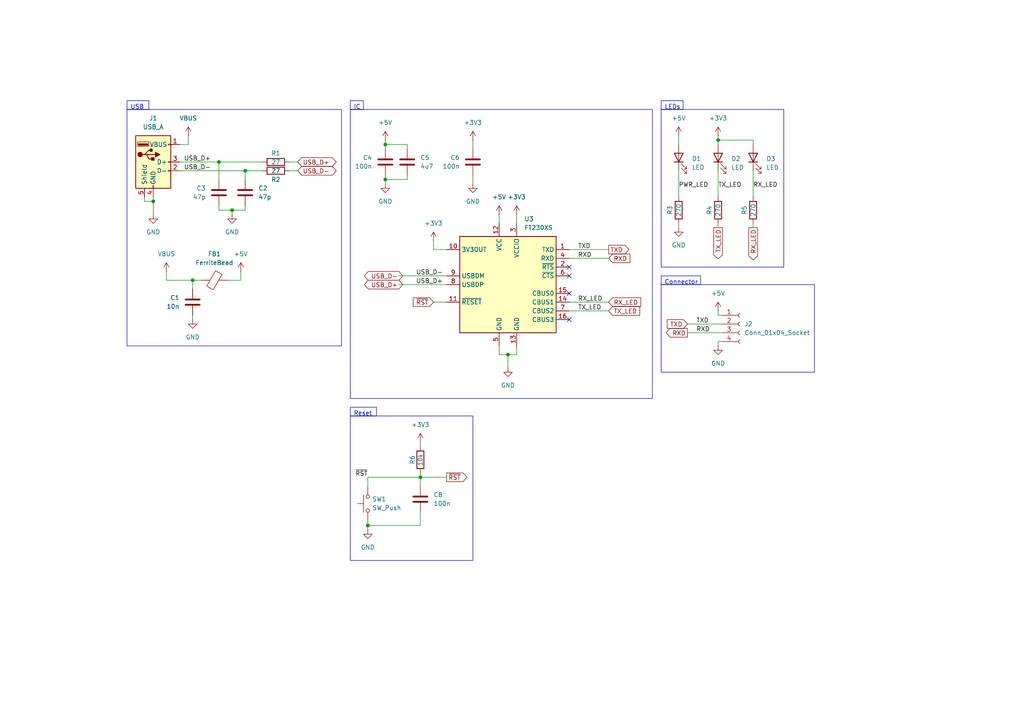
<source format=kicad_sch>
(kicad_sch
	(version 20231120)
	(generator "eeschema")
	(generator_version "8.0")
	(uuid "6811e359-de88-4a7f-b71e-05e3dae9c294")
	(paper "A4")
	(title_block
		(title "USB2UART")
		(date "2025-03-20")
		(rev "1.0")
		(company "KAJDEV")
	)
	(lib_symbols
		(symbol "Connector:Conn_01x04_Socket"
			(pin_names
				(offset 1.016) hide)
			(exclude_from_sim no)
			(in_bom yes)
			(on_board yes)
			(property "Reference" "J"
				(at 0 5.08 0)
				(effects
					(font
						(size 1.27 1.27)
					)
				)
			)
			(property "Value" "Conn_01x04_Socket"
				(at 0 -7.62 0)
				(effects
					(font
						(size 1.27 1.27)
					)
				)
			)
			(property "Footprint" ""
				(at 0 0 0)
				(effects
					(font
						(size 1.27 1.27)
					)
					(hide yes)
				)
			)
			(property "Datasheet" "~"
				(at 0 0 0)
				(effects
					(font
						(size 1.27 1.27)
					)
					(hide yes)
				)
			)
			(property "Description" "Generic connector, single row, 01x04, script generated"
				(at 0 0 0)
				(effects
					(font
						(size 1.27 1.27)
					)
					(hide yes)
				)
			)
			(property "ki_locked" ""
				(at 0 0 0)
				(effects
					(font
						(size 1.27 1.27)
					)
				)
			)
			(property "ki_keywords" "connector"
				(at 0 0 0)
				(effects
					(font
						(size 1.27 1.27)
					)
					(hide yes)
				)
			)
			(property "ki_fp_filters" "Connector*:*_1x??_*"
				(at 0 0 0)
				(effects
					(font
						(size 1.27 1.27)
					)
					(hide yes)
				)
			)
			(symbol "Conn_01x04_Socket_1_1"
				(arc
					(start 0 -4.572)
					(mid -0.5058 -5.08)
					(end 0 -5.588)
					(stroke
						(width 0.1524)
						(type default)
					)
					(fill
						(type none)
					)
				)
				(arc
					(start 0 -2.032)
					(mid -0.5058 -2.54)
					(end 0 -3.048)
					(stroke
						(width 0.1524)
						(type default)
					)
					(fill
						(type none)
					)
				)
				(polyline
					(pts
						(xy -1.27 -5.08) (xy -0.508 -5.08)
					)
					(stroke
						(width 0.1524)
						(type default)
					)
					(fill
						(type none)
					)
				)
				(polyline
					(pts
						(xy -1.27 -2.54) (xy -0.508 -2.54)
					)
					(stroke
						(width 0.1524)
						(type default)
					)
					(fill
						(type none)
					)
				)
				(polyline
					(pts
						(xy -1.27 0) (xy -0.508 0)
					)
					(stroke
						(width 0.1524)
						(type default)
					)
					(fill
						(type none)
					)
				)
				(polyline
					(pts
						(xy -1.27 2.54) (xy -0.508 2.54)
					)
					(stroke
						(width 0.1524)
						(type default)
					)
					(fill
						(type none)
					)
				)
				(arc
					(start 0 0.508)
					(mid -0.5058 0)
					(end 0 -0.508)
					(stroke
						(width 0.1524)
						(type default)
					)
					(fill
						(type none)
					)
				)
				(arc
					(start 0 3.048)
					(mid -0.5058 2.54)
					(end 0 2.032)
					(stroke
						(width 0.1524)
						(type default)
					)
					(fill
						(type none)
					)
				)
				(pin passive line
					(at -5.08 2.54 0)
					(length 3.81)
					(name "Pin_1"
						(effects
							(font
								(size 1.27 1.27)
							)
						)
					)
					(number "1"
						(effects
							(font
								(size 1.27 1.27)
							)
						)
					)
				)
				(pin passive line
					(at -5.08 0 0)
					(length 3.81)
					(name "Pin_2"
						(effects
							(font
								(size 1.27 1.27)
							)
						)
					)
					(number "2"
						(effects
							(font
								(size 1.27 1.27)
							)
						)
					)
				)
				(pin passive line
					(at -5.08 -2.54 0)
					(length 3.81)
					(name "Pin_3"
						(effects
							(font
								(size 1.27 1.27)
							)
						)
					)
					(number "3"
						(effects
							(font
								(size 1.27 1.27)
							)
						)
					)
				)
				(pin passive line
					(at -5.08 -5.08 0)
					(length 3.81)
					(name "Pin_4"
						(effects
							(font
								(size 1.27 1.27)
							)
						)
					)
					(number "4"
						(effects
							(font
								(size 1.27 1.27)
							)
						)
					)
				)
			)
		)
		(symbol "Connector:USB_A"
			(pin_names
				(offset 1.016)
			)
			(exclude_from_sim no)
			(in_bom yes)
			(on_board yes)
			(property "Reference" "J"
				(at -5.08 11.43 0)
				(effects
					(font
						(size 1.27 1.27)
					)
					(justify left)
				)
			)
			(property "Value" "USB_A"
				(at -5.08 8.89 0)
				(effects
					(font
						(size 1.27 1.27)
					)
					(justify left)
				)
			)
			(property "Footprint" ""
				(at 3.81 -1.27 0)
				(effects
					(font
						(size 1.27 1.27)
					)
					(hide yes)
				)
			)
			(property "Datasheet" "~"
				(at 3.81 -1.27 0)
				(effects
					(font
						(size 1.27 1.27)
					)
					(hide yes)
				)
			)
			(property "Description" "USB Type A connector"
				(at 0 0 0)
				(effects
					(font
						(size 1.27 1.27)
					)
					(hide yes)
				)
			)
			(property "ki_keywords" "connector USB"
				(at 0 0 0)
				(effects
					(font
						(size 1.27 1.27)
					)
					(hide yes)
				)
			)
			(property "ki_fp_filters" "USB*"
				(at 0 0 0)
				(effects
					(font
						(size 1.27 1.27)
					)
					(hide yes)
				)
			)
			(symbol "USB_A_0_1"
				(rectangle
					(start -5.08 -7.62)
					(end 5.08 7.62)
					(stroke
						(width 0.254)
						(type default)
					)
					(fill
						(type background)
					)
				)
				(circle
					(center -3.81 2.159)
					(radius 0.635)
					(stroke
						(width 0.254)
						(type default)
					)
					(fill
						(type outline)
					)
				)
				(rectangle
					(start -1.524 4.826)
					(end -4.318 5.334)
					(stroke
						(width 0)
						(type default)
					)
					(fill
						(type outline)
					)
				)
				(rectangle
					(start -1.27 4.572)
					(end -4.572 5.842)
					(stroke
						(width 0)
						(type default)
					)
					(fill
						(type none)
					)
				)
				(circle
					(center -0.635 3.429)
					(radius 0.381)
					(stroke
						(width 0.254)
						(type default)
					)
					(fill
						(type outline)
					)
				)
				(rectangle
					(start -0.127 -7.62)
					(end 0.127 -6.858)
					(stroke
						(width 0)
						(type default)
					)
					(fill
						(type none)
					)
				)
				(polyline
					(pts
						(xy -3.175 2.159) (xy -2.54 2.159) (xy -1.27 3.429) (xy -0.635 3.429)
					)
					(stroke
						(width 0.254)
						(type default)
					)
					(fill
						(type none)
					)
				)
				(polyline
					(pts
						(xy -2.54 2.159) (xy -1.905 2.159) (xy -1.27 0.889) (xy 0 0.889)
					)
					(stroke
						(width 0.254)
						(type default)
					)
					(fill
						(type none)
					)
				)
				(polyline
					(pts
						(xy 0.635 2.794) (xy 0.635 1.524) (xy 1.905 2.159) (xy 0.635 2.794)
					)
					(stroke
						(width 0.254)
						(type default)
					)
					(fill
						(type outline)
					)
				)
				(rectangle
					(start 0.254 1.27)
					(end -0.508 0.508)
					(stroke
						(width 0.254)
						(type default)
					)
					(fill
						(type outline)
					)
				)
				(rectangle
					(start 5.08 -2.667)
					(end 4.318 -2.413)
					(stroke
						(width 0)
						(type default)
					)
					(fill
						(type none)
					)
				)
				(rectangle
					(start 5.08 -0.127)
					(end 4.318 0.127)
					(stroke
						(width 0)
						(type default)
					)
					(fill
						(type none)
					)
				)
				(rectangle
					(start 5.08 4.953)
					(end 4.318 5.207)
					(stroke
						(width 0)
						(type default)
					)
					(fill
						(type none)
					)
				)
			)
			(symbol "USB_A_1_1"
				(polyline
					(pts
						(xy -1.905 2.159) (xy 0.635 2.159)
					)
					(stroke
						(width 0.254)
						(type default)
					)
					(fill
						(type none)
					)
				)
				(pin power_in line
					(at 7.62 5.08 180)
					(length 2.54)
					(name "VBUS"
						(effects
							(font
								(size 1.27 1.27)
							)
						)
					)
					(number "1"
						(effects
							(font
								(size 1.27 1.27)
							)
						)
					)
				)
				(pin bidirectional line
					(at 7.62 -2.54 180)
					(length 2.54)
					(name "D-"
						(effects
							(font
								(size 1.27 1.27)
							)
						)
					)
					(number "2"
						(effects
							(font
								(size 1.27 1.27)
							)
						)
					)
				)
				(pin bidirectional line
					(at 7.62 0 180)
					(length 2.54)
					(name "D+"
						(effects
							(font
								(size 1.27 1.27)
							)
						)
					)
					(number "3"
						(effects
							(font
								(size 1.27 1.27)
							)
						)
					)
				)
				(pin power_in line
					(at 0 -10.16 90)
					(length 2.54)
					(name "GND"
						(effects
							(font
								(size 1.27 1.27)
							)
						)
					)
					(number "4"
						(effects
							(font
								(size 1.27 1.27)
							)
						)
					)
				)
				(pin passive line
					(at -2.54 -10.16 90)
					(length 2.54)
					(name "Shield"
						(effects
							(font
								(size 1.27 1.27)
							)
						)
					)
					(number "5"
						(effects
							(font
								(size 1.27 1.27)
							)
						)
					)
				)
			)
		)
		(symbol "Device:C"
			(pin_numbers hide)
			(pin_names
				(offset 0.254)
			)
			(exclude_from_sim no)
			(in_bom yes)
			(on_board yes)
			(property "Reference" "C"
				(at 0.635 2.54 0)
				(effects
					(font
						(size 1.27 1.27)
					)
					(justify left)
				)
			)
			(property "Value" "C"
				(at 0.635 -2.54 0)
				(effects
					(font
						(size 1.27 1.27)
					)
					(justify left)
				)
			)
			(property "Footprint" ""
				(at 0.9652 -3.81 0)
				(effects
					(font
						(size 1.27 1.27)
					)
					(hide yes)
				)
			)
			(property "Datasheet" "~"
				(at 0 0 0)
				(effects
					(font
						(size 1.27 1.27)
					)
					(hide yes)
				)
			)
			(property "Description" "Unpolarized capacitor"
				(at 0 0 0)
				(effects
					(font
						(size 1.27 1.27)
					)
					(hide yes)
				)
			)
			(property "ki_keywords" "cap capacitor"
				(at 0 0 0)
				(effects
					(font
						(size 1.27 1.27)
					)
					(hide yes)
				)
			)
			(property "ki_fp_filters" "C_*"
				(at 0 0 0)
				(effects
					(font
						(size 1.27 1.27)
					)
					(hide yes)
				)
			)
			(symbol "C_0_1"
				(polyline
					(pts
						(xy -2.032 -0.762) (xy 2.032 -0.762)
					)
					(stroke
						(width 0.508)
						(type default)
					)
					(fill
						(type none)
					)
				)
				(polyline
					(pts
						(xy -2.032 0.762) (xy 2.032 0.762)
					)
					(stroke
						(width 0.508)
						(type default)
					)
					(fill
						(type none)
					)
				)
			)
			(symbol "C_1_1"
				(pin passive line
					(at 0 3.81 270)
					(length 2.794)
					(name "~"
						(effects
							(font
								(size 1.27 1.27)
							)
						)
					)
					(number "1"
						(effects
							(font
								(size 1.27 1.27)
							)
						)
					)
				)
				(pin passive line
					(at 0 -3.81 90)
					(length 2.794)
					(name "~"
						(effects
							(font
								(size 1.27 1.27)
							)
						)
					)
					(number "2"
						(effects
							(font
								(size 1.27 1.27)
							)
						)
					)
				)
			)
		)
		(symbol "Device:FerriteBead"
			(pin_numbers hide)
			(pin_names
				(offset 0)
			)
			(exclude_from_sim no)
			(in_bom yes)
			(on_board yes)
			(property "Reference" "FB"
				(at -3.81 0.635 90)
				(effects
					(font
						(size 1.27 1.27)
					)
				)
			)
			(property "Value" "FerriteBead"
				(at 3.81 0 90)
				(effects
					(font
						(size 1.27 1.27)
					)
				)
			)
			(property "Footprint" ""
				(at -1.778 0 90)
				(effects
					(font
						(size 1.27 1.27)
					)
					(hide yes)
				)
			)
			(property "Datasheet" "~"
				(at 0 0 0)
				(effects
					(font
						(size 1.27 1.27)
					)
					(hide yes)
				)
			)
			(property "Description" "Ferrite bead"
				(at 0 0 0)
				(effects
					(font
						(size 1.27 1.27)
					)
					(hide yes)
				)
			)
			(property "ki_keywords" "L ferrite bead inductor filter"
				(at 0 0 0)
				(effects
					(font
						(size 1.27 1.27)
					)
					(hide yes)
				)
			)
			(property "ki_fp_filters" "Inductor_* L_* *Ferrite*"
				(at 0 0 0)
				(effects
					(font
						(size 1.27 1.27)
					)
					(hide yes)
				)
			)
			(symbol "FerriteBead_0_1"
				(polyline
					(pts
						(xy 0 -1.27) (xy 0 -1.2192)
					)
					(stroke
						(width 0)
						(type default)
					)
					(fill
						(type none)
					)
				)
				(polyline
					(pts
						(xy 0 1.27) (xy 0 1.2954)
					)
					(stroke
						(width 0)
						(type default)
					)
					(fill
						(type none)
					)
				)
				(polyline
					(pts
						(xy -2.7686 0.4064) (xy -1.7018 2.2606) (xy 2.7686 -0.3048) (xy 1.6764 -2.159) (xy -2.7686 0.4064)
					)
					(stroke
						(width 0)
						(type default)
					)
					(fill
						(type none)
					)
				)
			)
			(symbol "FerriteBead_1_1"
				(pin passive line
					(at 0 3.81 270)
					(length 2.54)
					(name "~"
						(effects
							(font
								(size 1.27 1.27)
							)
						)
					)
					(number "1"
						(effects
							(font
								(size 1.27 1.27)
							)
						)
					)
				)
				(pin passive line
					(at 0 -3.81 90)
					(length 2.54)
					(name "~"
						(effects
							(font
								(size 1.27 1.27)
							)
						)
					)
					(number "2"
						(effects
							(font
								(size 1.27 1.27)
							)
						)
					)
				)
			)
		)
		(symbol "Device:LED"
			(pin_numbers hide)
			(pin_names
				(offset 1.016) hide)
			(exclude_from_sim no)
			(in_bom yes)
			(on_board yes)
			(property "Reference" "D"
				(at 0 2.54 0)
				(effects
					(font
						(size 1.27 1.27)
					)
				)
			)
			(property "Value" "LED"
				(at 0 -2.54 0)
				(effects
					(font
						(size 1.27 1.27)
					)
				)
			)
			(property "Footprint" ""
				(at 0 0 0)
				(effects
					(font
						(size 1.27 1.27)
					)
					(hide yes)
				)
			)
			(property "Datasheet" "~"
				(at 0 0 0)
				(effects
					(font
						(size 1.27 1.27)
					)
					(hide yes)
				)
			)
			(property "Description" "Light emitting diode"
				(at 0 0 0)
				(effects
					(font
						(size 1.27 1.27)
					)
					(hide yes)
				)
			)
			(property "ki_keywords" "LED diode"
				(at 0 0 0)
				(effects
					(font
						(size 1.27 1.27)
					)
					(hide yes)
				)
			)
			(property "ki_fp_filters" "LED* LED_SMD:* LED_THT:*"
				(at 0 0 0)
				(effects
					(font
						(size 1.27 1.27)
					)
					(hide yes)
				)
			)
			(symbol "LED_0_1"
				(polyline
					(pts
						(xy -1.27 -1.27) (xy -1.27 1.27)
					)
					(stroke
						(width 0.254)
						(type default)
					)
					(fill
						(type none)
					)
				)
				(polyline
					(pts
						(xy -1.27 0) (xy 1.27 0)
					)
					(stroke
						(width 0)
						(type default)
					)
					(fill
						(type none)
					)
				)
				(polyline
					(pts
						(xy 1.27 -1.27) (xy 1.27 1.27) (xy -1.27 0) (xy 1.27 -1.27)
					)
					(stroke
						(width 0.254)
						(type default)
					)
					(fill
						(type none)
					)
				)
				(polyline
					(pts
						(xy -3.048 -0.762) (xy -4.572 -2.286) (xy -3.81 -2.286) (xy -4.572 -2.286) (xy -4.572 -1.524)
					)
					(stroke
						(width 0)
						(type default)
					)
					(fill
						(type none)
					)
				)
				(polyline
					(pts
						(xy -1.778 -0.762) (xy -3.302 -2.286) (xy -2.54 -2.286) (xy -3.302 -2.286) (xy -3.302 -1.524)
					)
					(stroke
						(width 0)
						(type default)
					)
					(fill
						(type none)
					)
				)
			)
			(symbol "LED_1_1"
				(pin passive line
					(at -3.81 0 0)
					(length 2.54)
					(name "K"
						(effects
							(font
								(size 1.27 1.27)
							)
						)
					)
					(number "1"
						(effects
							(font
								(size 1.27 1.27)
							)
						)
					)
				)
				(pin passive line
					(at 3.81 0 180)
					(length 2.54)
					(name "A"
						(effects
							(font
								(size 1.27 1.27)
							)
						)
					)
					(number "2"
						(effects
							(font
								(size 1.27 1.27)
							)
						)
					)
				)
			)
		)
		(symbol "Device:R"
			(pin_numbers hide)
			(pin_names
				(offset 0)
			)
			(exclude_from_sim no)
			(in_bom yes)
			(on_board yes)
			(property "Reference" "R"
				(at 2.032 0 90)
				(effects
					(font
						(size 1.27 1.27)
					)
				)
			)
			(property "Value" "R"
				(at 0 0 90)
				(effects
					(font
						(size 1.27 1.27)
					)
				)
			)
			(property "Footprint" ""
				(at -1.778 0 90)
				(effects
					(font
						(size 1.27 1.27)
					)
					(hide yes)
				)
			)
			(property "Datasheet" "~"
				(at 0 0 0)
				(effects
					(font
						(size 1.27 1.27)
					)
					(hide yes)
				)
			)
			(property "Description" "Resistor"
				(at 0 0 0)
				(effects
					(font
						(size 1.27 1.27)
					)
					(hide yes)
				)
			)
			(property "ki_keywords" "R res resistor"
				(at 0 0 0)
				(effects
					(font
						(size 1.27 1.27)
					)
					(hide yes)
				)
			)
			(property "ki_fp_filters" "R_*"
				(at 0 0 0)
				(effects
					(font
						(size 1.27 1.27)
					)
					(hide yes)
				)
			)
			(symbol "R_0_1"
				(rectangle
					(start -1.016 -2.54)
					(end 1.016 2.54)
					(stroke
						(width 0.254)
						(type default)
					)
					(fill
						(type none)
					)
				)
			)
			(symbol "R_1_1"
				(pin passive line
					(at 0 3.81 270)
					(length 1.27)
					(name "~"
						(effects
							(font
								(size 1.27 1.27)
							)
						)
					)
					(number "1"
						(effects
							(font
								(size 1.27 1.27)
							)
						)
					)
				)
				(pin passive line
					(at 0 -3.81 90)
					(length 1.27)
					(name "~"
						(effects
							(font
								(size 1.27 1.27)
							)
						)
					)
					(number "2"
						(effects
							(font
								(size 1.27 1.27)
							)
						)
					)
				)
			)
		)
		(symbol "Interface_USB:FT230XS"
			(exclude_from_sim no)
			(in_bom yes)
			(on_board yes)
			(property "Reference" "U"
				(at -13.97 15.24 0)
				(effects
					(font
						(size 1.27 1.27)
					)
					(justify left)
				)
			)
			(property "Value" "FT230XS"
				(at 7.62 15.24 0)
				(effects
					(font
						(size 1.27 1.27)
					)
					(justify left)
				)
			)
			(property "Footprint" "Package_SO:SSOP-16_3.9x4.9mm_P0.635mm"
				(at 25.4 -15.24 0)
				(effects
					(font
						(size 1.27 1.27)
					)
					(hide yes)
				)
			)
			(property "Datasheet" "https://www.ftdichip.com/Support/Documents/DataSheets/ICs/DS_FT230X.pdf"
				(at 0 0 0)
				(effects
					(font
						(size 1.27 1.27)
					)
					(hide yes)
				)
			)
			(property "Description" "Full Speed USB to Basic UART, SSOP-16"
				(at 0 0 0)
				(effects
					(font
						(size 1.27 1.27)
					)
					(hide yes)
				)
			)
			(property "ki_keywords" "FTDI USB UART interface converter"
				(at 0 0 0)
				(effects
					(font
						(size 1.27 1.27)
					)
					(hide yes)
				)
			)
			(property "ki_fp_filters" "SSOP*3.9x4.9*P0.635mm*"
				(at 0 0 0)
				(effects
					(font
						(size 1.27 1.27)
					)
					(hide yes)
				)
			)
			(symbol "FT230XS_0_1"
				(rectangle
					(start -13.97 13.97)
					(end 13.97 -13.97)
					(stroke
						(width 0.254)
						(type default)
					)
					(fill
						(type background)
					)
				)
			)
			(symbol "FT230XS_1_1"
				(pin output line
					(at 17.78 10.16 180)
					(length 3.81)
					(name "TXD"
						(effects
							(font
								(size 1.27 1.27)
							)
						)
					)
					(number "1"
						(effects
							(font
								(size 1.27 1.27)
							)
						)
					)
				)
				(pin power_out line
					(at -17.78 10.16 0)
					(length 3.81)
					(name "3V3OUT"
						(effects
							(font
								(size 1.27 1.27)
							)
						)
					)
					(number "10"
						(effects
							(font
								(size 1.27 1.27)
							)
						)
					)
				)
				(pin input line
					(at -17.78 -5.08 0)
					(length 3.81)
					(name "~{RESET}"
						(effects
							(font
								(size 1.27 1.27)
							)
						)
					)
					(number "11"
						(effects
							(font
								(size 1.27 1.27)
							)
						)
					)
				)
				(pin power_in line
					(at -2.54 17.78 270)
					(length 3.81)
					(name "VCC"
						(effects
							(font
								(size 1.27 1.27)
							)
						)
					)
					(number "12"
						(effects
							(font
								(size 1.27 1.27)
							)
						)
					)
				)
				(pin power_in line
					(at 2.54 -17.78 90)
					(length 3.81)
					(name "GND"
						(effects
							(font
								(size 1.27 1.27)
							)
						)
					)
					(number "13"
						(effects
							(font
								(size 1.27 1.27)
							)
						)
					)
				)
				(pin bidirectional line
					(at 17.78 -5.08 180)
					(length 3.81)
					(name "CBUS1"
						(effects
							(font
								(size 1.27 1.27)
							)
						)
					)
					(number "14"
						(effects
							(font
								(size 1.27 1.27)
							)
						)
					)
				)
				(pin bidirectional line
					(at 17.78 -2.54 180)
					(length 3.81)
					(name "CBUS0"
						(effects
							(font
								(size 1.27 1.27)
							)
						)
					)
					(number "15"
						(effects
							(font
								(size 1.27 1.27)
							)
						)
					)
				)
				(pin bidirectional line
					(at 17.78 -10.16 180)
					(length 3.81)
					(name "CBUS3"
						(effects
							(font
								(size 1.27 1.27)
							)
						)
					)
					(number "16"
						(effects
							(font
								(size 1.27 1.27)
							)
						)
					)
				)
				(pin output line
					(at 17.78 5.08 180)
					(length 3.81)
					(name "~{RTS}"
						(effects
							(font
								(size 1.27 1.27)
							)
						)
					)
					(number "2"
						(effects
							(font
								(size 1.27 1.27)
							)
						)
					)
				)
				(pin power_in line
					(at 2.54 17.78 270)
					(length 3.81)
					(name "VCCIO"
						(effects
							(font
								(size 1.27 1.27)
							)
						)
					)
					(number "3"
						(effects
							(font
								(size 1.27 1.27)
							)
						)
					)
				)
				(pin input line
					(at 17.78 7.62 180)
					(length 3.81)
					(name "RXD"
						(effects
							(font
								(size 1.27 1.27)
							)
						)
					)
					(number "4"
						(effects
							(font
								(size 1.27 1.27)
							)
						)
					)
				)
				(pin power_in line
					(at -2.54 -17.78 90)
					(length 3.81)
					(name "GND"
						(effects
							(font
								(size 1.27 1.27)
							)
						)
					)
					(number "5"
						(effects
							(font
								(size 1.27 1.27)
							)
						)
					)
				)
				(pin input line
					(at 17.78 2.54 180)
					(length 3.81)
					(name "~{CTS}"
						(effects
							(font
								(size 1.27 1.27)
							)
						)
					)
					(number "6"
						(effects
							(font
								(size 1.27 1.27)
							)
						)
					)
				)
				(pin bidirectional line
					(at 17.78 -7.62 180)
					(length 3.81)
					(name "CBUS2"
						(effects
							(font
								(size 1.27 1.27)
							)
						)
					)
					(number "7"
						(effects
							(font
								(size 1.27 1.27)
							)
						)
					)
				)
				(pin bidirectional line
					(at -17.78 0 0)
					(length 3.81)
					(name "USBDP"
						(effects
							(font
								(size 1.27 1.27)
							)
						)
					)
					(number "8"
						(effects
							(font
								(size 1.27 1.27)
							)
						)
					)
				)
				(pin bidirectional line
					(at -17.78 2.54 0)
					(length 3.81)
					(name "USBDM"
						(effects
							(font
								(size 1.27 1.27)
							)
						)
					)
					(number "9"
						(effects
							(font
								(size 1.27 1.27)
							)
						)
					)
				)
			)
		)
		(symbol "Switch:SW_Push"
			(pin_numbers hide)
			(pin_names
				(offset 1.016) hide)
			(exclude_from_sim no)
			(in_bom yes)
			(on_board yes)
			(property "Reference" "SW"
				(at 1.27 2.54 0)
				(effects
					(font
						(size 1.27 1.27)
					)
					(justify left)
				)
			)
			(property "Value" "SW_Push"
				(at 0 -1.524 0)
				(effects
					(font
						(size 1.27 1.27)
					)
				)
			)
			(property "Footprint" ""
				(at 0 5.08 0)
				(effects
					(font
						(size 1.27 1.27)
					)
					(hide yes)
				)
			)
			(property "Datasheet" "~"
				(at 0 5.08 0)
				(effects
					(font
						(size 1.27 1.27)
					)
					(hide yes)
				)
			)
			(property "Description" "Push button switch, generic, two pins"
				(at 0 0 0)
				(effects
					(font
						(size 1.27 1.27)
					)
					(hide yes)
				)
			)
			(property "ki_keywords" "switch normally-open pushbutton push-button"
				(at 0 0 0)
				(effects
					(font
						(size 1.27 1.27)
					)
					(hide yes)
				)
			)
			(symbol "SW_Push_0_1"
				(circle
					(center -2.032 0)
					(radius 0.508)
					(stroke
						(width 0)
						(type default)
					)
					(fill
						(type none)
					)
				)
				(polyline
					(pts
						(xy 0 1.27) (xy 0 3.048)
					)
					(stroke
						(width 0)
						(type default)
					)
					(fill
						(type none)
					)
				)
				(polyline
					(pts
						(xy 2.54 1.27) (xy -2.54 1.27)
					)
					(stroke
						(width 0)
						(type default)
					)
					(fill
						(type none)
					)
				)
				(circle
					(center 2.032 0)
					(radius 0.508)
					(stroke
						(width 0)
						(type default)
					)
					(fill
						(type none)
					)
				)
				(pin passive line
					(at -5.08 0 0)
					(length 2.54)
					(name "1"
						(effects
							(font
								(size 1.27 1.27)
							)
						)
					)
					(number "1"
						(effects
							(font
								(size 1.27 1.27)
							)
						)
					)
				)
				(pin passive line
					(at 5.08 0 180)
					(length 2.54)
					(name "2"
						(effects
							(font
								(size 1.27 1.27)
							)
						)
					)
					(number "2"
						(effects
							(font
								(size 1.27 1.27)
							)
						)
					)
				)
			)
		)
		(symbol "power:+3.3V"
			(power)
			(pin_numbers hide)
			(pin_names
				(offset 0) hide)
			(exclude_from_sim no)
			(in_bom yes)
			(on_board yes)
			(property "Reference" "#PWR"
				(at 0 -3.81 0)
				(effects
					(font
						(size 1.27 1.27)
					)
					(hide yes)
				)
			)
			(property "Value" "+3.3V"
				(at 0 3.556 0)
				(effects
					(font
						(size 1.27 1.27)
					)
				)
			)
			(property "Footprint" ""
				(at 0 0 0)
				(effects
					(font
						(size 1.27 1.27)
					)
					(hide yes)
				)
			)
			(property "Datasheet" ""
				(at 0 0 0)
				(effects
					(font
						(size 1.27 1.27)
					)
					(hide yes)
				)
			)
			(property "Description" "Power symbol creates a global label with name \"+3.3V\""
				(at 0 0 0)
				(effects
					(font
						(size 1.27 1.27)
					)
					(hide yes)
				)
			)
			(property "ki_keywords" "global power"
				(at 0 0 0)
				(effects
					(font
						(size 1.27 1.27)
					)
					(hide yes)
				)
			)
			(symbol "+3.3V_0_1"
				(polyline
					(pts
						(xy -0.762 1.27) (xy 0 2.54)
					)
					(stroke
						(width 0)
						(type default)
					)
					(fill
						(type none)
					)
				)
				(polyline
					(pts
						(xy 0 0) (xy 0 2.54)
					)
					(stroke
						(width 0)
						(type default)
					)
					(fill
						(type none)
					)
				)
				(polyline
					(pts
						(xy 0 2.54) (xy 0.762 1.27)
					)
					(stroke
						(width 0)
						(type default)
					)
					(fill
						(type none)
					)
				)
			)
			(symbol "+3.3V_1_1"
				(pin power_in line
					(at 0 0 90)
					(length 0)
					(name "~"
						(effects
							(font
								(size 1.27 1.27)
							)
						)
					)
					(number "1"
						(effects
							(font
								(size 1.27 1.27)
							)
						)
					)
				)
			)
		)
		(symbol "power:+5V"
			(power)
			(pin_numbers hide)
			(pin_names
				(offset 0) hide)
			(exclude_from_sim no)
			(in_bom yes)
			(on_board yes)
			(property "Reference" "#PWR"
				(at 0 -3.81 0)
				(effects
					(font
						(size 1.27 1.27)
					)
					(hide yes)
				)
			)
			(property "Value" "+5V"
				(at 0 3.556 0)
				(effects
					(font
						(size 1.27 1.27)
					)
				)
			)
			(property "Footprint" ""
				(at 0 0 0)
				(effects
					(font
						(size 1.27 1.27)
					)
					(hide yes)
				)
			)
			(property "Datasheet" ""
				(at 0 0 0)
				(effects
					(font
						(size 1.27 1.27)
					)
					(hide yes)
				)
			)
			(property "Description" "Power symbol creates a global label with name \"+5V\""
				(at 0 0 0)
				(effects
					(font
						(size 1.27 1.27)
					)
					(hide yes)
				)
			)
			(property "ki_keywords" "global power"
				(at 0 0 0)
				(effects
					(font
						(size 1.27 1.27)
					)
					(hide yes)
				)
			)
			(symbol "+5V_0_1"
				(polyline
					(pts
						(xy -0.762 1.27) (xy 0 2.54)
					)
					(stroke
						(width 0)
						(type default)
					)
					(fill
						(type none)
					)
				)
				(polyline
					(pts
						(xy 0 0) (xy 0 2.54)
					)
					(stroke
						(width 0)
						(type default)
					)
					(fill
						(type none)
					)
				)
				(polyline
					(pts
						(xy 0 2.54) (xy 0.762 1.27)
					)
					(stroke
						(width 0)
						(type default)
					)
					(fill
						(type none)
					)
				)
			)
			(symbol "+5V_1_1"
				(pin power_in line
					(at 0 0 90)
					(length 0)
					(name "~"
						(effects
							(font
								(size 1.27 1.27)
							)
						)
					)
					(number "1"
						(effects
							(font
								(size 1.27 1.27)
							)
						)
					)
				)
			)
		)
		(symbol "power:GND"
			(power)
			(pin_numbers hide)
			(pin_names
				(offset 0) hide)
			(exclude_from_sim no)
			(in_bom yes)
			(on_board yes)
			(property "Reference" "#PWR"
				(at 0 -6.35 0)
				(effects
					(font
						(size 1.27 1.27)
					)
					(hide yes)
				)
			)
			(property "Value" "GND"
				(at 0 -3.81 0)
				(effects
					(font
						(size 1.27 1.27)
					)
				)
			)
			(property "Footprint" ""
				(at 0 0 0)
				(effects
					(font
						(size 1.27 1.27)
					)
					(hide yes)
				)
			)
			(property "Datasheet" ""
				(at 0 0 0)
				(effects
					(font
						(size 1.27 1.27)
					)
					(hide yes)
				)
			)
			(property "Description" "Power symbol creates a global label with name \"GND\" , ground"
				(at 0 0 0)
				(effects
					(font
						(size 1.27 1.27)
					)
					(hide yes)
				)
			)
			(property "ki_keywords" "global power"
				(at 0 0 0)
				(effects
					(font
						(size 1.27 1.27)
					)
					(hide yes)
				)
			)
			(symbol "GND_0_1"
				(polyline
					(pts
						(xy 0 0) (xy 0 -1.27) (xy 1.27 -1.27) (xy 0 -2.54) (xy -1.27 -1.27) (xy 0 -1.27)
					)
					(stroke
						(width 0)
						(type default)
					)
					(fill
						(type none)
					)
				)
			)
			(symbol "GND_1_1"
				(pin power_in line
					(at 0 0 270)
					(length 0)
					(name "~"
						(effects
							(font
								(size 1.27 1.27)
							)
						)
					)
					(number "1"
						(effects
							(font
								(size 1.27 1.27)
							)
						)
					)
				)
			)
		)
	)
	(junction
		(at 71.12 49.53)
		(diameter 0)
		(color 0 0 0 0)
		(uuid "1979c547-94d1-4791-81ce-d223e34552a1")
	)
	(junction
		(at 111.76 52.07)
		(diameter 0)
		(color 0 0 0 0)
		(uuid "1b20bf9b-426f-413a-ab53-fb40b25f9b80")
	)
	(junction
		(at 111.76 41.91)
		(diameter 0)
		(color 0 0 0 0)
		(uuid "27c5439c-a80e-46cd-b2be-af1e7e7cdf99")
	)
	(junction
		(at 106.68 152.4)
		(diameter 0)
		(color 0 0 0 0)
		(uuid "3a0b3cfe-a4ae-4193-88c6-b75fe681ccb2")
	)
	(junction
		(at 147.32 102.87)
		(diameter 0)
		(color 0 0 0 0)
		(uuid "80370d0c-6d72-4776-a63f-50f1fb975b3e")
	)
	(junction
		(at 67.31 60.96)
		(diameter 0)
		(color 0 0 0 0)
		(uuid "9352394d-00a3-4e64-b40a-2b81a31fae7e")
	)
	(junction
		(at 63.5 46.99)
		(diameter 0)
		(color 0 0 0 0)
		(uuid "ac413e55-1791-4d1c-97f3-aef587155b46")
	)
	(junction
		(at 55.88 81.28)
		(diameter 0)
		(color 0 0 0 0)
		(uuid "c9d8dcdb-74fb-44cc-895f-f95984fe4032")
	)
	(junction
		(at 208.28 40.64)
		(diameter 0)
		(color 0 0 0 0)
		(uuid "d1434c3b-c628-47de-ad83-ad41ea448896")
	)
	(junction
		(at 121.92 138.43)
		(diameter 0)
		(color 0 0 0 0)
		(uuid "d5ce66b0-4e19-4bfc-b802-fc28a537789e")
	)
	(junction
		(at 44.45 58.42)
		(diameter 0)
		(color 0 0 0 0)
		(uuid "fc95222d-4c44-448d-8fcd-d933f4d8f1c5")
	)
	(no_connect
		(at 165.1 92.71)
		(uuid "11921bad-38c8-41c0-8dae-81b93b2539f5")
	)
	(no_connect
		(at 165.1 77.47)
		(uuid "2ccf5e2d-70d4-46b0-9f6f-b985a78ec7e8")
	)
	(no_connect
		(at 165.1 80.01)
		(uuid "6fa2bf73-0a12-4973-9e4b-1ab76a87e094")
	)
	(no_connect
		(at 165.1 85.09)
		(uuid "fcd4cdf2-46a8-433e-a964-bdf44bfc8c8c")
	)
	(wire
		(pts
			(xy 52.07 49.53) (xy 71.12 49.53)
		)
		(stroke
			(width 0)
			(type default)
		)
		(uuid "00ac9b4e-6f55-4553-a8a7-91e0a1e41f4f")
	)
	(wire
		(pts
			(xy 165.1 72.39) (xy 176.53 72.39)
		)
		(stroke
			(width 0)
			(type default)
		)
		(uuid "058731b8-6f54-41bf-a91f-e58470c3987c")
	)
	(wire
		(pts
			(xy 71.12 49.53) (xy 71.12 52.07)
		)
		(stroke
			(width 0)
			(type default)
		)
		(uuid "07d3787e-e0bc-4691-bdf6-936a9eba3856")
	)
	(wire
		(pts
			(xy 165.1 87.63) (xy 176.53 87.63)
		)
		(stroke
			(width 0)
			(type default)
		)
		(uuid "07e0d0f3-3d78-4f38-862f-92cdba4a3d84")
	)
	(wire
		(pts
			(xy 121.92 152.4) (xy 121.92 148.59)
		)
		(stroke
			(width 0)
			(type default)
		)
		(uuid "098e2691-2e4b-4b3f-8638-f659d9e20b33")
	)
	(wire
		(pts
			(xy 218.44 40.64) (xy 218.44 41.91)
		)
		(stroke
			(width 0)
			(type default)
		)
		(uuid "0aa2fd5f-7e18-4059-86ca-12221bf5957a")
	)
	(wire
		(pts
			(xy 55.88 81.28) (xy 58.42 81.28)
		)
		(stroke
			(width 0)
			(type default)
		)
		(uuid "100b8e16-a10e-4d40-938e-5481e6a4a8e4")
	)
	(wire
		(pts
			(xy 67.31 60.96) (xy 67.31 62.23)
		)
		(stroke
			(width 0)
			(type default)
		)
		(uuid "100cb7ea-a4fb-43e2-9817-56a5524890c8")
	)
	(wire
		(pts
			(xy 71.12 60.96) (xy 67.31 60.96)
		)
		(stroke
			(width 0)
			(type default)
		)
		(uuid "17099b54-5cf1-4e04-a56f-ac943ebe7029")
	)
	(wire
		(pts
			(xy 137.16 50.8) (xy 137.16 53.34)
		)
		(stroke
			(width 0)
			(type default)
		)
		(uuid "1a045816-2fdf-4cc1-af82-fde15443f286")
	)
	(wire
		(pts
			(xy 147.32 102.87) (xy 147.32 106.68)
		)
		(stroke
			(width 0)
			(type default)
		)
		(uuid "2324ed63-a8b0-4319-99e2-e727764b668a")
	)
	(wire
		(pts
			(xy 196.85 49.53) (xy 196.85 57.15)
		)
		(stroke
			(width 0)
			(type default)
		)
		(uuid "271791c5-014e-4732-b88d-b70ae21fc74c")
	)
	(wire
		(pts
			(xy 44.45 58.42) (xy 44.45 62.23)
		)
		(stroke
			(width 0)
			(type default)
		)
		(uuid "2ff2894d-330c-49c8-ac14-6c5878d118a4")
	)
	(wire
		(pts
			(xy 208.28 64.77) (xy 208.28 66.04)
		)
		(stroke
			(width 0)
			(type default)
		)
		(uuid "31164d4b-bb46-40ae-8d7b-149762589356")
	)
	(wire
		(pts
			(xy 208.28 100.33) (xy 208.28 99.06)
		)
		(stroke
			(width 0)
			(type default)
		)
		(uuid "3750fd8f-416a-4b67-ad69-1b527a0cc368")
	)
	(wire
		(pts
			(xy 147.32 102.87) (xy 144.78 102.87)
		)
		(stroke
			(width 0)
			(type default)
		)
		(uuid "3918659a-9887-412d-aa30-f68f054cae1d")
	)
	(wire
		(pts
			(xy 111.76 40.64) (xy 111.76 41.91)
		)
		(stroke
			(width 0)
			(type default)
		)
		(uuid "3ab7d14f-7686-4cf8-afd3-ba28474f744d")
	)
	(wire
		(pts
			(xy 218.44 64.77) (xy 218.44 66.04)
		)
		(stroke
			(width 0)
			(type default)
		)
		(uuid "3dd68eaf-2bee-4630-a5f3-66ed6c5c1a4a")
	)
	(wire
		(pts
			(xy 144.78 100.33) (xy 144.78 102.87)
		)
		(stroke
			(width 0)
			(type default)
		)
		(uuid "3df98ac0-0b24-47e9-9813-bed8b484b6bc")
	)
	(wire
		(pts
			(xy 218.44 49.53) (xy 218.44 57.15)
		)
		(stroke
			(width 0)
			(type default)
		)
		(uuid "3fd9571e-851a-408f-9b9e-a95f8482b864")
	)
	(wire
		(pts
			(xy 44.45 58.42) (xy 41.91 58.42)
		)
		(stroke
			(width 0)
			(type default)
		)
		(uuid "4466d94c-4c45-4a8e-a830-ebd74ce72000")
	)
	(wire
		(pts
			(xy 196.85 39.37) (xy 196.85 41.91)
		)
		(stroke
			(width 0)
			(type default)
		)
		(uuid "44d95263-677f-4506-a1ea-ffb02aa6e972")
	)
	(wire
		(pts
			(xy 125.73 72.39) (xy 129.54 72.39)
		)
		(stroke
			(width 0)
			(type default)
		)
		(uuid "453161a2-4920-40fc-8240-3b23f6ca45c0")
	)
	(wire
		(pts
			(xy 121.92 138.43) (xy 121.92 140.97)
		)
		(stroke
			(width 0)
			(type default)
		)
		(uuid "464402bb-d2c5-4dcc-8757-a32512bf7353")
	)
	(wire
		(pts
			(xy 48.26 78.74) (xy 48.26 81.28)
		)
		(stroke
			(width 0)
			(type default)
		)
		(uuid "485e038c-4b13-4ec2-ba29-e9dc99526bf7")
	)
	(wire
		(pts
			(xy 199.39 93.98) (xy 209.55 93.98)
		)
		(stroke
			(width 0)
			(type default)
		)
		(uuid "4b825bf1-bc5b-4079-a9f3-aef1938e167d")
	)
	(wire
		(pts
			(xy 52.07 46.99) (xy 63.5 46.99)
		)
		(stroke
			(width 0)
			(type default)
		)
		(uuid "4cf93e0a-737a-4fad-a67c-b9de41495452")
	)
	(wire
		(pts
			(xy 106.68 152.4) (xy 121.92 152.4)
		)
		(stroke
			(width 0)
			(type default)
		)
		(uuid "4f0ba13c-73e5-4c8a-a95f-624d9c1746ea")
	)
	(wire
		(pts
			(xy 208.28 49.53) (xy 208.28 57.15)
		)
		(stroke
			(width 0)
			(type default)
		)
		(uuid "4f0e6613-012e-4cc3-b873-5a3dd9772dce")
	)
	(wire
		(pts
			(xy 125.73 87.63) (xy 129.54 87.63)
		)
		(stroke
			(width 0)
			(type default)
		)
		(uuid "4f323395-aca1-434b-9c27-c9f52d410c72")
	)
	(wire
		(pts
			(xy 111.76 41.91) (xy 111.76 43.18)
		)
		(stroke
			(width 0)
			(type default)
		)
		(uuid "54566b40-ed0f-4b98-95bd-8f774a91b8ad")
	)
	(wire
		(pts
			(xy 71.12 49.53) (xy 76.2 49.53)
		)
		(stroke
			(width 0)
			(type default)
		)
		(uuid "565fd6b3-74d8-4440-b6c4-821296cb5561")
	)
	(wire
		(pts
			(xy 208.28 40.64) (xy 208.28 41.91)
		)
		(stroke
			(width 0)
			(type default)
		)
		(uuid "5bc71703-5e31-4ca0-bed8-ac59071f78f6")
	)
	(wire
		(pts
			(xy 106.68 140.97) (xy 106.68 138.43)
		)
		(stroke
			(width 0)
			(type default)
		)
		(uuid "65278e3e-803a-4586-bc0e-33a04531a31f")
	)
	(wire
		(pts
			(xy 118.11 41.91) (xy 118.11 43.18)
		)
		(stroke
			(width 0)
			(type default)
		)
		(uuid "655dfaca-0bf5-451e-be38-d8ac9f467231")
	)
	(wire
		(pts
			(xy 48.26 81.28) (xy 55.88 81.28)
		)
		(stroke
			(width 0)
			(type default)
		)
		(uuid "6c179af0-935d-45f4-90d2-b04ae06d74af")
	)
	(wire
		(pts
			(xy 69.85 78.74) (xy 69.85 81.28)
		)
		(stroke
			(width 0)
			(type default)
		)
		(uuid "738310fe-f903-4197-8453-c6854f8b174f")
	)
	(wire
		(pts
			(xy 106.68 138.43) (xy 121.92 138.43)
		)
		(stroke
			(width 0)
			(type default)
		)
		(uuid "75285027-b60f-48ab-8c68-9f5a1095fa29")
	)
	(wire
		(pts
			(xy 44.45 57.15) (xy 44.45 58.42)
		)
		(stroke
			(width 0)
			(type default)
		)
		(uuid "7706adeb-fd8d-4dc2-aa57-a1cd25318b54")
	)
	(wire
		(pts
			(xy 118.11 52.07) (xy 111.76 52.07)
		)
		(stroke
			(width 0)
			(type default)
		)
		(uuid "7d75b66e-03a3-4b23-865f-f8025a7895ac")
	)
	(wire
		(pts
			(xy 149.86 62.23) (xy 149.86 64.77)
		)
		(stroke
			(width 0)
			(type default)
		)
		(uuid "7e7d8a24-dc4b-4475-b70d-bca6fd0b837b")
	)
	(wire
		(pts
			(xy 125.73 69.85) (xy 125.73 72.39)
		)
		(stroke
			(width 0)
			(type default)
		)
		(uuid "85d95947-1d77-4b9d-93fd-5bcfc201300e")
	)
	(wire
		(pts
			(xy 111.76 52.07) (xy 111.76 53.34)
		)
		(stroke
			(width 0)
			(type default)
		)
		(uuid "860a36a2-6a8a-4932-8686-d8f8e96132e7")
	)
	(wire
		(pts
			(xy 71.12 59.69) (xy 71.12 60.96)
		)
		(stroke
			(width 0)
			(type default)
		)
		(uuid "87aa3d7d-0442-4c8f-a864-5316da1a54de")
	)
	(wire
		(pts
			(xy 165.1 74.93) (xy 176.53 74.93)
		)
		(stroke
			(width 0)
			(type default)
		)
		(uuid "92348b8a-1f21-4a59-aa09-c537341f71bb")
	)
	(wire
		(pts
			(xy 209.55 91.44) (xy 208.28 91.44)
		)
		(stroke
			(width 0)
			(type default)
		)
		(uuid "9279dd46-4a54-4966-80dd-050bcacf2c2e")
	)
	(wire
		(pts
			(xy 52.07 41.91) (xy 54.61 41.91)
		)
		(stroke
			(width 0)
			(type default)
		)
		(uuid "935d4bb7-63a8-4ff4-8eee-77e49ae23b56")
	)
	(wire
		(pts
			(xy 199.39 96.52) (xy 209.55 96.52)
		)
		(stroke
			(width 0)
			(type default)
		)
		(uuid "9cbedce5-5460-4c93-8cfb-f4ebd6cdd0c6")
	)
	(wire
		(pts
			(xy 208.28 91.44) (xy 208.28 90.17)
		)
		(stroke
			(width 0)
			(type default)
		)
		(uuid "9efc87db-677b-48a2-801d-0663f9621500")
	)
	(wire
		(pts
			(xy 55.88 81.28) (xy 55.88 83.82)
		)
		(stroke
			(width 0)
			(type default)
		)
		(uuid "a0d50634-86cb-4934-8498-28686c8258e7")
	)
	(wire
		(pts
			(xy 54.61 39.37) (xy 54.61 41.91)
		)
		(stroke
			(width 0)
			(type default)
		)
		(uuid "a178b4eb-f0ea-432c-9eb3-2f1bf9b5a95f")
	)
	(wire
		(pts
			(xy 111.76 52.07) (xy 111.76 50.8)
		)
		(stroke
			(width 0)
			(type default)
		)
		(uuid "a4feeee0-cd10-4878-bcba-1051290b4d7a")
	)
	(wire
		(pts
			(xy 55.88 91.44) (xy 55.88 92.71)
		)
		(stroke
			(width 0)
			(type default)
		)
		(uuid "a78d9eea-63fc-4e9d-b264-7afd17e9cd52")
	)
	(wire
		(pts
			(xy 208.28 39.37) (xy 208.28 40.64)
		)
		(stroke
			(width 0)
			(type default)
		)
		(uuid "a84034ff-9a2f-4125-8181-403b46ca518a")
	)
	(wire
		(pts
			(xy 69.85 81.28) (xy 66.04 81.28)
		)
		(stroke
			(width 0)
			(type default)
		)
		(uuid "a98f1d42-f7a3-4171-9e94-1270c5a0e8fe")
	)
	(wire
		(pts
			(xy 83.82 49.53) (xy 86.36 49.53)
		)
		(stroke
			(width 0)
			(type default)
		)
		(uuid "ab2d8bc6-45a1-4a16-bebd-e4a3520a3735")
	)
	(wire
		(pts
			(xy 63.5 59.69) (xy 63.5 60.96)
		)
		(stroke
			(width 0)
			(type default)
		)
		(uuid "ad7f14bf-dc33-41ad-bbff-466898d36ffa")
	)
	(wire
		(pts
			(xy 196.85 64.77) (xy 196.85 66.04)
		)
		(stroke
			(width 0)
			(type default)
		)
		(uuid "b153b3ad-7177-450b-867e-8090c379006f")
	)
	(wire
		(pts
			(xy 121.92 137.16) (xy 121.92 138.43)
		)
		(stroke
			(width 0)
			(type default)
		)
		(uuid "b2bc973d-88f5-4558-84ce-e9983f2fa81f")
	)
	(wire
		(pts
			(xy 118.11 50.8) (xy 118.11 52.07)
		)
		(stroke
			(width 0)
			(type default)
		)
		(uuid "b7464815-a01a-4d12-aeb4-73b3e2e394a7")
	)
	(wire
		(pts
			(xy 149.86 100.33) (xy 149.86 102.87)
		)
		(stroke
			(width 0)
			(type default)
		)
		(uuid "bc5f7e51-ce89-4d56-8c63-35ffc2c19ef7")
	)
	(wire
		(pts
			(xy 144.78 62.23) (xy 144.78 64.77)
		)
		(stroke
			(width 0)
			(type default)
		)
		(uuid "c1712eeb-5bf7-47cf-9109-f6bcb83be19f")
	)
	(wire
		(pts
			(xy 208.28 40.64) (xy 218.44 40.64)
		)
		(stroke
			(width 0)
			(type default)
		)
		(uuid "c34323dd-26de-4175-80ce-1d2940239a45")
	)
	(wire
		(pts
			(xy 115.57 80.01) (xy 129.54 80.01)
		)
		(stroke
			(width 0)
			(type default)
		)
		(uuid "d51db63f-d2f2-489f-bbc2-44b31587910c")
	)
	(wire
		(pts
			(xy 165.1 90.17) (xy 176.53 90.17)
		)
		(stroke
			(width 0)
			(type default)
		)
		(uuid "d7131eea-fdc3-42b4-b6e2-59618a12116a")
	)
	(wire
		(pts
			(xy 63.5 46.99) (xy 76.2 46.99)
		)
		(stroke
			(width 0)
			(type default)
		)
		(uuid "de8bf5bf-a6dc-4aed-9b6e-03bd27a93fc7")
	)
	(wire
		(pts
			(xy 83.82 46.99) (xy 86.36 46.99)
		)
		(stroke
			(width 0)
			(type default)
		)
		(uuid "ded512d6-446c-4b32-8680-2451fda386d9")
	)
	(wire
		(pts
			(xy 106.68 151.13) (xy 106.68 152.4)
		)
		(stroke
			(width 0)
			(type default)
		)
		(uuid "df88f6f8-05a9-4faf-a5d0-8044145c9c43")
	)
	(wire
		(pts
			(xy 121.92 128.27) (xy 121.92 129.54)
		)
		(stroke
			(width 0)
			(type default)
		)
		(uuid "e1d9d27e-8f57-4abd-8b05-5bc04cbe68f6")
	)
	(wire
		(pts
			(xy 41.91 57.15) (xy 41.91 58.42)
		)
		(stroke
			(width 0)
			(type default)
		)
		(uuid "e229a523-d028-4afd-a253-090f4315b556")
	)
	(wire
		(pts
			(xy 63.5 46.99) (xy 63.5 52.07)
		)
		(stroke
			(width 0)
			(type default)
		)
		(uuid "e49ade78-19b6-436d-9d54-03ea36cb7f96")
	)
	(wire
		(pts
			(xy 121.92 138.43) (xy 129.54 138.43)
		)
		(stroke
			(width 0)
			(type default)
		)
		(uuid "e7088759-5423-469a-859d-5b957696963e")
	)
	(wire
		(pts
			(xy 149.86 102.87) (xy 147.32 102.87)
		)
		(stroke
			(width 0)
			(type default)
		)
		(uuid "f0dcc200-8691-461a-8b26-a36a6d35e265")
	)
	(wire
		(pts
			(xy 208.28 99.06) (xy 209.55 99.06)
		)
		(stroke
			(width 0)
			(type default)
		)
		(uuid "f0ef0a52-f7bf-4488-b16c-f5d8c5e62fe9")
	)
	(wire
		(pts
			(xy 137.16 40.64) (xy 137.16 43.18)
		)
		(stroke
			(width 0)
			(type default)
		)
		(uuid "f57284de-5be3-4400-b314-08368159ebd7")
	)
	(wire
		(pts
			(xy 63.5 60.96) (xy 67.31 60.96)
		)
		(stroke
			(width 0)
			(type default)
		)
		(uuid "f5b00d5f-5024-4726-90c9-33fe4088b6d2")
	)
	(wire
		(pts
			(xy 115.57 82.55) (xy 129.54 82.55)
		)
		(stroke
			(width 0)
			(type default)
		)
		(uuid "fa62e239-cf3e-49fd-ba26-bacb7adf76ea")
	)
	(wire
		(pts
			(xy 106.68 152.4) (xy 106.68 153.67)
		)
		(stroke
			(width 0)
			(type default)
		)
		(uuid "fa688f85-0f5f-454c-bc46-1a4edf8e9ca1")
	)
	(wire
		(pts
			(xy 111.76 41.91) (xy 118.11 41.91)
		)
		(stroke
			(width 0)
			(type default)
		)
		(uuid "fd8a0688-7cc1-4ef9-815d-5b829b383e5a")
	)
	(rectangle
		(start 191.77 82.55)
		(end 236.22 107.95)
		(stroke
			(width 0)
			(type default)
		)
		(fill
			(type none)
		)
		(uuid 55a28037-dbd0-4ce1-b7bb-d6a6faf9f50b)
	)
	(rectangle
		(start 36.83 31.75)
		(end 99.06 100.33)
		(stroke
			(width 0)
			(type default)
		)
		(fill
			(type none)
		)
		(uuid a22cd71f-b8a4-4f33-99f3-fa8a1ee4b889)
	)
	(rectangle
		(start 191.77 31.75)
		(end 227.33 77.47)
		(stroke
			(width 0)
			(type default)
		)
		(fill
			(type none)
		)
		(uuid bbb8e286-3f7b-44fe-a54a-34b9181a66eb)
	)
	(rectangle
		(start 101.6 120.65)
		(end 137.16 162.56)
		(stroke
			(width 0)
			(type default)
		)
		(fill
			(type none)
		)
		(uuid bcae9aa4-3219-4a4f-9afc-11f70238d587)
	)
	(rectangle
		(start 101.6 31.75)
		(end 189.23 115.57)
		(stroke
			(width 0)
			(type default)
		)
		(fill
			(type none)
		)
		(uuid c547f4d9-9187-4a06-ae18-f1564d174abf)
	)
	(text_box "USB"
		(exclude_from_sim no)
		(at 36.83 29.21 0)
		(size 6.35 2.54)
		(stroke
			(width 0)
			(type default)
		)
		(fill
			(type none)
		)
		(effects
			(font
				(size 1.27 1.27)
			)
			(justify left top)
		)
		(uuid "2826e1ee-1a77-4674-8436-ae84d5c6f5f8")
	)
	(text_box "Reset"
		(exclude_from_sim no)
		(at 101.6 118.11 0)
		(size 7.62 2.54)
		(stroke
			(width 0)
			(type default)
		)
		(fill
			(type none)
		)
		(effects
			(font
				(size 1.27 1.27)
			)
			(justify left top)
		)
		(uuid "628a56f8-24db-43d0-aaea-f1eb13fe339c")
	)
	(text_box "IC"
		(exclude_from_sim no)
		(at 101.6 29.21 0)
		(size 3.81 2.54)
		(stroke
			(width 0)
			(type default)
		)
		(fill
			(type none)
		)
		(effects
			(font
				(size 1.27 1.27)
			)
			(justify left top)
		)
		(uuid "b7f9705d-2ce2-4ac5-bcc7-d62b19b68c46")
	)
	(text_box "LEDs\n"
		(exclude_from_sim no)
		(at 191.77 29.21 0)
		(size 6.35 2.54)
		(stroke
			(width 0)
			(type default)
		)
		(fill
			(type none)
		)
		(effects
			(font
				(size 1.27 1.27)
			)
			(justify left top)
		)
		(uuid "bb6b4db1-b03d-4c52-8f41-77df72f95d99")
	)
	(text_box "Connector"
		(exclude_from_sim no)
		(at 191.77 80.01 0)
		(size 11.43 2.54)
		(stroke
			(width 0)
			(type default)
		)
		(fill
			(type none)
		)
		(effects
			(font
				(size 1.27 1.27)
			)
			(justify left top)
		)
		(uuid "c2d75534-d88b-4987-90d6-305faf8dc44c")
	)
	(label "USB_D-"
		(at 53.34 49.53 0)
		(fields_autoplaced yes)
		(effects
			(font
				(size 1.27 1.27)
			)
			(justify left bottom)
		)
		(uuid "07f505af-843b-4a0c-88f7-d19222ce7dc2")
	)
	(label "~{RST}"
		(at 106.68 138.43 180)
		(fields_autoplaced yes)
		(effects
			(font
				(size 1.27 1.27)
			)
			(justify right bottom)
		)
		(uuid "257af582-d23e-4b78-9533-df88b2f3a070")
	)
	(label "TX_LED"
		(at 167.64 90.17 0)
		(fields_autoplaced yes)
		(effects
			(font
				(size 1.27 1.27)
			)
			(justify left bottom)
		)
		(uuid "40201bc9-abb0-4268-a124-afae1470e6fb")
	)
	(label "TX_LED"
		(at 208.28 54.61 0)
		(fields_autoplaced yes)
		(effects
			(font
				(size 1.27 1.27)
			)
			(justify left bottom)
		)
		(uuid "635969f3-7f95-4cc0-ad86-8e3b301624be")
	)
	(label "PWR_LED"
		(at 196.85 54.61 0)
		(fields_autoplaced yes)
		(effects
			(font
				(size 1.27 1.27)
			)
			(justify left bottom)
		)
		(uuid "6a349261-e091-4422-8ecd-37d4f98339c7")
	)
	(label "TXD"
		(at 201.93 93.98 0)
		(fields_autoplaced yes)
		(effects
			(font
				(size 1.27 1.27)
			)
			(justify left bottom)
		)
		(uuid "6b2e7609-248b-4f6e-82db-d328d33177c9")
	)
	(label "USB_D+"
		(at 120.65 82.55 0)
		(fields_autoplaced yes)
		(effects
			(font
				(size 1.27 1.27)
			)
			(justify left bottom)
		)
		(uuid "78766d09-8dff-4d17-b3d6-f9708d2298df")
	)
	(label "USB_D+"
		(at 53.34 46.99 0)
		(fields_autoplaced yes)
		(effects
			(font
				(size 1.27 1.27)
			)
			(justify left bottom)
		)
		(uuid "88399a19-c4ec-4b00-8152-663d4e61e705")
	)
	(label "USB_D-"
		(at 120.65 80.01 0)
		(fields_autoplaced yes)
		(effects
			(font
				(size 1.27 1.27)
			)
			(justify left bottom)
		)
		(uuid "b3817bd8-dd5f-436a-9902-dd070ffc05ac")
	)
	(label "RXD"
		(at 167.64 74.93 0)
		(fields_autoplaced yes)
		(effects
			(font
				(size 1.27 1.27)
			)
			(justify left bottom)
		)
		(uuid "bcc6d32a-d189-4e39-be8f-ac64d020546f")
	)
	(label "TXD"
		(at 167.64 72.39 0)
		(fields_autoplaced yes)
		(effects
			(font
				(size 1.27 1.27)
			)
			(justify left bottom)
		)
		(uuid "e26199a0-2cbf-475b-888c-a22c1984d9f2")
	)
	(label "RXD"
		(at 201.93 96.52 0)
		(fields_autoplaced yes)
		(effects
			(font
				(size 1.27 1.27)
			)
			(justify left bottom)
		)
		(uuid "ef418c51-7e43-46f6-a2fc-2f4222ccb620")
	)
	(label "RX_LED"
		(at 218.44 54.61 0)
		(fields_autoplaced yes)
		(effects
			(font
				(size 1.27 1.27)
			)
			(justify left bottom)
		)
		(uuid "f61174c8-9a65-48c6-a6d9-effa2ffcd9db")
	)
	(label "RX_LED"
		(at 167.64 87.63 0)
		(fields_autoplaced yes)
		(effects
			(font
				(size 1.27 1.27)
			)
			(justify left bottom)
		)
		(uuid "f9c82300-da6c-4285-a6a5-5c961b8e378a")
	)
	(global_label "~{RST}"
		(shape input)
		(at 125.73 87.63 180)
		(fields_autoplaced yes)
		(effects
			(font
				(size 1.27 1.27)
			)
			(justify right)
		)
		(uuid "2b07082e-df5a-4cc8-ae12-3cbfb8363e5e")
		(property "Intersheetrefs" "${INTERSHEET_REFS}"
			(at 119.2977 87.63 0)
			(effects
				(font
					(size 1.27 1.27)
				)
				(justify right)
				(hide yes)
			)
		)
	)
	(global_label "RXD"
		(shape output)
		(at 199.39 96.52 180)
		(fields_autoplaced yes)
		(effects
			(font
				(size 1.27 1.27)
			)
			(justify right)
		)
		(uuid "49dab547-175a-494a-8771-bb7742466e60")
		(property "Intersheetrefs" "${INTERSHEET_REFS}"
			(at 192.6553 96.52 0)
			(effects
				(font
					(size 1.27 1.27)
				)
				(justify right)
				(hide yes)
			)
		)
	)
	(global_label "TX_LED"
		(shape output)
		(at 208.28 66.04 270)
		(fields_autoplaced yes)
		(effects
			(font
				(size 1.27 1.27)
			)
			(justify right)
		)
		(uuid "64949450-0fe8-4ebc-ba3c-e6a47ba4b49a")
		(property "Intersheetrefs" "${INTERSHEET_REFS}"
			(at 208.28 75.617 90)
			(effects
				(font
					(size 1.27 1.27)
				)
				(justify right)
				(hide yes)
			)
		)
	)
	(global_label "RX_LED"
		(shape input)
		(at 176.53 87.63 0)
		(fields_autoplaced yes)
		(effects
			(font
				(size 1.27 1.27)
			)
			(justify left)
		)
		(uuid "755102f8-8e1c-41d2-a14d-b857db9c7f53")
		(property "Intersheetrefs" "${INTERSHEET_REFS}"
			(at 186.4094 87.63 0)
			(effects
				(font
					(size 1.27 1.27)
				)
				(justify left)
				(hide yes)
			)
		)
	)
	(global_label "USB_D+"
		(shape bidirectional)
		(at 86.36 46.99 0)
		(fields_autoplaced yes)
		(effects
			(font
				(size 1.27 1.27)
			)
			(justify left)
		)
		(uuid "8173dc9a-4c3c-4d83-afbb-3b6564a91aea")
		(property "Intersheetrefs" "${INTERSHEET_REFS}"
			(at 98.0765 46.99 0)
			(effects
				(font
					(size 1.27 1.27)
				)
				(justify left)
				(hide yes)
			)
		)
	)
	(global_label "RXD"
		(shape input)
		(at 176.53 74.93 0)
		(fields_autoplaced yes)
		(effects
			(font
				(size 1.27 1.27)
			)
			(justify left)
		)
		(uuid "8247b87e-744a-44fc-8dc8-cd213f0aa7c5")
		(property "Intersheetrefs" "${INTERSHEET_REFS}"
			(at 183.2647 74.93 0)
			(effects
				(font
					(size 1.27 1.27)
				)
				(justify left)
				(hide yes)
			)
		)
	)
	(global_label "USB_D+"
		(shape bidirectional)
		(at 116.84 82.55 180)
		(fields_autoplaced yes)
		(effects
			(font
				(size 1.27 1.27)
			)
			(justify right)
		)
		(uuid "8c0698db-3ba6-417e-bf0e-b4f38f91eba2")
		(property "Intersheetrefs" "${INTERSHEET_REFS}"
			(at 105.1235 82.55 0)
			(effects
				(font
					(size 1.27 1.27)
				)
				(justify right)
				(hide yes)
			)
		)
	)
	(global_label "TX_LED"
		(shape input)
		(at 176.53 90.17 0)
		(fields_autoplaced yes)
		(effects
			(font
				(size 1.27 1.27)
			)
			(justify left)
		)
		(uuid "aa3333ad-1519-4332-9ecf-d046f83bb583")
		(property "Intersheetrefs" "${INTERSHEET_REFS}"
			(at 186.107 90.17 0)
			(effects
				(font
					(size 1.27 1.27)
				)
				(justify left)
				(hide yes)
			)
		)
	)
	(global_label "RX_LED"
		(shape output)
		(at 218.44 66.04 270)
		(fields_autoplaced yes)
		(effects
			(font
				(size 1.27 1.27)
			)
			(justify right)
		)
		(uuid "aabe1032-ac41-453e-a5d9-e0604eaae752")
		(property "Intersheetrefs" "${INTERSHEET_REFS}"
			(at 218.44 75.9194 90)
			(effects
				(font
					(size 1.27 1.27)
				)
				(justify right)
				(hide yes)
			)
		)
	)
	(global_label "TXD"
		(shape output)
		(at 176.53 72.39 0)
		(fields_autoplaced yes)
		(effects
			(font
				(size 1.27 1.27)
			)
			(justify left)
		)
		(uuid "ab25383f-e6d9-4bb6-8357-f92a67b240b6")
		(property "Intersheetrefs" "${INTERSHEET_REFS}"
			(at 182.9623 72.39 0)
			(effects
				(font
					(size 1.27 1.27)
				)
				(justify left)
				(hide yes)
			)
		)
	)
	(global_label "~{RST}"
		(shape output)
		(at 129.54 138.43 0)
		(fields_autoplaced yes)
		(effects
			(font
				(size 1.27 1.27)
			)
			(justify left)
		)
		(uuid "c651f34c-8a97-4e81-9bc4-0f17d5bfc4be")
		(property "Intersheetrefs" "${INTERSHEET_REFS}"
			(at 135.9723 138.43 0)
			(effects
				(font
					(size 1.27 1.27)
				)
				(justify left)
				(hide yes)
			)
		)
	)
	(global_label "TXD"
		(shape input)
		(at 199.39 93.98 180)
		(fields_autoplaced yes)
		(effects
			(font
				(size 1.27 1.27)
			)
			(justify right)
		)
		(uuid "dbe7a8a9-352c-4e54-a396-dd6af280126d")
		(property "Intersheetrefs" "${INTERSHEET_REFS}"
			(at 192.9577 93.98 0)
			(effects
				(font
					(size 1.27 1.27)
				)
				(justify right)
				(hide yes)
			)
		)
	)
	(global_label "USB_D-"
		(shape bidirectional)
		(at 86.36 49.53 0)
		(fields_autoplaced yes)
		(effects
			(font
				(size 1.27 1.27)
			)
			(justify left)
		)
		(uuid "ed11bf07-0a7d-465e-a4ac-f31542a2d40d")
		(property "Intersheetrefs" "${INTERSHEET_REFS}"
			(at 98.0765 49.53 0)
			(effects
				(font
					(size 1.27 1.27)
				)
				(justify left)
				(hide yes)
			)
		)
	)
	(global_label "USB_D-"
		(shape bidirectional)
		(at 116.84 80.01 180)
		(fields_autoplaced yes)
		(effects
			(font
				(size 1.27 1.27)
			)
			(justify right)
		)
		(uuid "fe9e7357-9e3c-4690-9485-e483c253da0e")
		(property "Intersheetrefs" "${INTERSHEET_REFS}"
			(at 105.1235 80.01 0)
			(effects
				(font
					(size 1.27 1.27)
				)
				(justify right)
				(hide yes)
			)
		)
	)
	(symbol
		(lib_id "Device:C")
		(at 71.12 55.88 0)
		(unit 1)
		(exclude_from_sim no)
		(in_bom yes)
		(on_board yes)
		(dnp no)
		(fields_autoplaced yes)
		(uuid "091189c9-ce71-4438-9ea6-37527bf4a3a6")
		(property "Reference" "C2"
			(at 74.93 54.6099 0)
			(effects
				(font
					(size 1.27 1.27)
				)
				(justify left)
			)
		)
		(property "Value" "47p"
			(at 74.93 57.1499 0)
			(effects
				(font
					(size 1.27 1.27)
				)
				(justify left)
			)
		)
		(property "Footprint" "Capacitor_SMD:C_0603_1608Metric_Pad1.08x0.95mm_HandSolder"
			(at 72.0852 59.69 0)
			(effects
				(font
					(size 1.27 1.27)
				)
				(hide yes)
			)
		)
		(property "Datasheet" "~"
			(at 71.12 55.88 0)
			(effects
				(font
					(size 1.27 1.27)
				)
				(hide yes)
			)
		)
		(property "Description" "Unpolarized capacitor"
			(at 71.12 55.88 0)
			(effects
				(font
					(size 1.27 1.27)
				)
				(hide yes)
			)
		)
		(pin "1"
			(uuid "9e1e0a49-8387-4a89-a2c9-d4856797b105")
		)
		(pin "2"
			(uuid "bdd3f460-7ca6-4c0f-8531-bf31eab920b8")
		)
		(instances
			(project ""
				(path "/6811e359-de88-4a7f-b71e-05e3dae9c294"
					(reference "C2")
					(unit 1)
				)
			)
		)
	)
	(symbol
		(lib_id "power:+5V")
		(at 137.16 40.64 0)
		(mirror y)
		(unit 1)
		(exclude_from_sim no)
		(in_bom yes)
		(on_board yes)
		(dnp no)
		(fields_autoplaced yes)
		(uuid "102ae640-3bd3-4ee1-bf78-3703da4cb71e")
		(property "Reference" "#PWR010"
			(at 137.16 44.45 0)
			(effects
				(font
					(size 1.27 1.27)
				)
				(hide yes)
			)
		)
		(property "Value" "+3V3"
			(at 137.16 35.56 0)
			(effects
				(font
					(size 1.27 1.27)
				)
			)
		)
		(property "Footprint" ""
			(at 137.16 40.64 0)
			(effects
				(font
					(size 1.27 1.27)
				)
				(hide yes)
			)
		)
		(property "Datasheet" ""
			(at 137.16 40.64 0)
			(effects
				(font
					(size 1.27 1.27)
				)
				(hide yes)
			)
		)
		(property "Description" "Power symbol creates a global label with name \"+5V\""
			(at 137.16 40.64 0)
			(effects
				(font
					(size 1.27 1.27)
				)
				(hide yes)
			)
		)
		(pin "1"
			(uuid "4096d45f-ffa9-4c6b-95c8-44e4faa3d5b6")
		)
		(instances
			(project "ch340c_usb2uart"
				(path "/6811e359-de88-4a7f-b71e-05e3dae9c294"
					(reference "#PWR010")
					(unit 1)
				)
			)
		)
	)
	(symbol
		(lib_id "Device:R")
		(at 218.44 60.96 180)
		(unit 1)
		(exclude_from_sim no)
		(in_bom yes)
		(on_board yes)
		(dnp no)
		(uuid "12254302-04cc-4f73-b42c-6c4707968287")
		(property "Reference" "R5"
			(at 215.9 60.96 90)
			(effects
				(font
					(size 1.27 1.27)
				)
			)
		)
		(property "Value" "270"
			(at 218.44 60.96 90)
			(effects
				(font
					(size 1.27 1.27)
				)
			)
		)
		(property "Footprint" "Resistor_SMD:R_0603_1608Metric_Pad0.98x0.95mm_HandSolder"
			(at 220.218 60.96 90)
			(effects
				(font
					(size 1.27 1.27)
				)
				(hide yes)
			)
		)
		(property "Datasheet" "~"
			(at 218.44 60.96 0)
			(effects
				(font
					(size 1.27 1.27)
				)
				(hide yes)
			)
		)
		(property "Description" "Resistor"
			(at 218.44 60.96 0)
			(effects
				(font
					(size 1.27 1.27)
				)
				(hide yes)
			)
		)
		(pin "1"
			(uuid "f89e6cce-869a-4d35-a208-a55bd10fc272")
		)
		(pin "2"
			(uuid "035d01b1-aea7-4dc6-870c-d828726ac43f")
		)
		(instances
			(project "ch340c_usb2uart"
				(path "/6811e359-de88-4a7f-b71e-05e3dae9c294"
					(reference "R5")
					(unit 1)
				)
			)
		)
	)
	(symbol
		(lib_id "power:+5V")
		(at 125.73 69.85 0)
		(unit 1)
		(exclude_from_sim no)
		(in_bom yes)
		(on_board yes)
		(dnp no)
		(fields_autoplaced yes)
		(uuid "1b62d514-f3ac-4128-a02d-39b7a102e9cd")
		(property "Reference" "#PWR08"
			(at 125.73 73.66 0)
			(effects
				(font
					(size 1.27 1.27)
				)
				(hide yes)
			)
		)
		(property "Value" "+3V3"
			(at 125.73 64.77 0)
			(effects
				(font
					(size 1.27 1.27)
				)
			)
		)
		(property "Footprint" ""
			(at 125.73 69.85 0)
			(effects
				(font
					(size 1.27 1.27)
				)
				(hide yes)
			)
		)
		(property "Datasheet" ""
			(at 125.73 69.85 0)
			(effects
				(font
					(size 1.27 1.27)
				)
				(hide yes)
			)
		)
		(property "Description" "Power symbol creates a global label with name \"+5V\""
			(at 125.73 69.85 0)
			(effects
				(font
					(size 1.27 1.27)
				)
				(hide yes)
			)
		)
		(pin "1"
			(uuid "9364d089-6bfb-48c9-ba7a-b69ca6934059")
		)
		(instances
			(project "ch340c_usb2uart"
				(path "/6811e359-de88-4a7f-b71e-05e3dae9c294"
					(reference "#PWR08")
					(unit 1)
				)
			)
		)
	)
	(symbol
		(lib_id "Switch:SW_Push")
		(at 106.68 146.05 90)
		(unit 1)
		(exclude_from_sim no)
		(in_bom yes)
		(on_board yes)
		(dnp no)
		(fields_autoplaced yes)
		(uuid "1be9f69b-a73c-4f3a-a035-8c123acef329")
		(property "Reference" "SW1"
			(at 107.95 144.7799 90)
			(effects
				(font
					(size 1.27 1.27)
				)
				(justify right)
			)
		)
		(property "Value" "SW_Push"
			(at 107.95 147.3199 90)
			(effects
				(font
					(size 1.27 1.27)
				)
				(justify right)
			)
		)
		(property "Footprint" "Button_Switch_SMD:SW_Push_SPST_NO_Alps_SKRK"
			(at 101.6 146.05 0)
			(effects
				(font
					(size 1.27 1.27)
				)
				(hide yes)
			)
		)
		(property "Datasheet" "~"
			(at 101.6 146.05 0)
			(effects
				(font
					(size 1.27 1.27)
				)
				(hide yes)
			)
		)
		(property "Description" "Push button switch, generic, two pins"
			(at 106.68 146.05 0)
			(effects
				(font
					(size 1.27 1.27)
				)
				(hide yes)
			)
		)
		(pin "2"
			(uuid "5d679c21-79d4-4aa3-9d19-fc4676b34059")
		)
		(pin "1"
			(uuid "bbde8879-4acb-4479-9d3a-48850c3f6d36")
		)
		(instances
			(project "ft230xs_usb2uart"
				(path "/6811e359-de88-4a7f-b71e-05e3dae9c294"
					(reference "SW1")
					(unit 1)
				)
			)
		)
	)
	(symbol
		(lib_id "power:GND")
		(at 196.85 66.04 0)
		(unit 1)
		(exclude_from_sim no)
		(in_bom yes)
		(on_board yes)
		(dnp no)
		(fields_autoplaced yes)
		(uuid "25dd2aaf-33b8-4433-94b7-0782dddc573f")
		(property "Reference" "#PWR014"
			(at 196.85 72.39 0)
			(effects
				(font
					(size 1.27 1.27)
				)
				(hide yes)
			)
		)
		(property "Value" "GND"
			(at 196.85 71.12 0)
			(effects
				(font
					(size 1.27 1.27)
				)
			)
		)
		(property "Footprint" ""
			(at 196.85 66.04 0)
			(effects
				(font
					(size 1.27 1.27)
				)
				(hide yes)
			)
		)
		(property "Datasheet" ""
			(at 196.85 66.04 0)
			(effects
				(font
					(size 1.27 1.27)
				)
				(hide yes)
			)
		)
		(property "Description" "Power symbol creates a global label with name \"GND\" , ground"
			(at 196.85 66.04 0)
			(effects
				(font
					(size 1.27 1.27)
				)
				(hide yes)
			)
		)
		(pin "1"
			(uuid "d510bd20-2f11-4ac9-89aa-98cd93d0a560")
		)
		(instances
			(project "ch340c_usb2uart"
				(path "/6811e359-de88-4a7f-b71e-05e3dae9c294"
					(reference "#PWR014")
					(unit 1)
				)
			)
		)
	)
	(symbol
		(lib_id "power:+5V")
		(at 144.78 62.23 0)
		(unit 1)
		(exclude_from_sim no)
		(in_bom yes)
		(on_board yes)
		(dnp no)
		(fields_autoplaced yes)
		(uuid "2b4e9ed2-8f3e-4378-96b8-bec98194335b")
		(property "Reference" "#PWR06"
			(at 144.78 66.04 0)
			(effects
				(font
					(size 1.27 1.27)
				)
				(hide yes)
			)
		)
		(property "Value" "+5V"
			(at 144.78 57.15 0)
			(effects
				(font
					(size 1.27 1.27)
				)
			)
		)
		(property "Footprint" ""
			(at 144.78 62.23 0)
			(effects
				(font
					(size 1.27 1.27)
				)
				(hide yes)
			)
		)
		(property "Datasheet" ""
			(at 144.78 62.23 0)
			(effects
				(font
					(size 1.27 1.27)
				)
				(hide yes)
			)
		)
		(property "Description" "Power symbol creates a global label with name \"+5V\""
			(at 144.78 62.23 0)
			(effects
				(font
					(size 1.27 1.27)
				)
				(hide yes)
			)
		)
		(pin "1"
			(uuid "5db9dc42-a12a-4cfc-94c2-6e72a0eaa440")
		)
		(instances
			(project "ch340c_usb2uart"
				(path "/6811e359-de88-4a7f-b71e-05e3dae9c294"
					(reference "#PWR06")
					(unit 1)
				)
			)
		)
	)
	(symbol
		(lib_id "power:+3.3V")
		(at 121.92 128.27 0)
		(unit 1)
		(exclude_from_sim no)
		(in_bom yes)
		(on_board yes)
		(dnp no)
		(fields_autoplaced yes)
		(uuid "3949bca4-6c63-4595-818b-d054ec994e5f")
		(property "Reference" "#PWR021"
			(at 121.92 132.08 0)
			(effects
				(font
					(size 1.27 1.27)
				)
				(hide yes)
			)
		)
		(property "Value" "+3V3"
			(at 121.92 123.19 0)
			(effects
				(font
					(size 1.27 1.27)
				)
			)
		)
		(property "Footprint" ""
			(at 121.92 128.27 0)
			(effects
				(font
					(size 1.27 1.27)
				)
				(hide yes)
			)
		)
		(property "Datasheet" ""
			(at 121.92 128.27 0)
			(effects
				(font
					(size 1.27 1.27)
				)
				(hide yes)
			)
		)
		(property "Description" "Power symbol creates a global label with name \"+3.3V\""
			(at 121.92 128.27 0)
			(effects
				(font
					(size 1.27 1.27)
				)
				(hide yes)
			)
		)
		(pin "1"
			(uuid "3f7f5c6e-8ab9-40a5-962c-6aa60dc9456f")
		)
		(instances
			(project "ft230xs_usb2uart"
				(path "/6811e359-de88-4a7f-b71e-05e3dae9c294"
					(reference "#PWR021")
					(unit 1)
				)
			)
		)
	)
	(symbol
		(lib_id "power:+5V")
		(at 111.76 40.64 0)
		(unit 1)
		(exclude_from_sim no)
		(in_bom yes)
		(on_board yes)
		(dnp no)
		(fields_autoplaced yes)
		(uuid "4a58b0c4-5535-40aa-a208-162172fd4568")
		(property "Reference" "#PWR05"
			(at 111.76 44.45 0)
			(effects
				(font
					(size 1.27 1.27)
				)
				(hide yes)
			)
		)
		(property "Value" "+5V"
			(at 111.76 35.56 0)
			(effects
				(font
					(size 1.27 1.27)
				)
			)
		)
		(property "Footprint" ""
			(at 111.76 40.64 0)
			(effects
				(font
					(size 1.27 1.27)
				)
				(hide yes)
			)
		)
		(property "Datasheet" ""
			(at 111.76 40.64 0)
			(effects
				(font
					(size 1.27 1.27)
				)
				(hide yes)
			)
		)
		(property "Description" "Power symbol creates a global label with name \"+5V\""
			(at 111.76 40.64 0)
			(effects
				(font
					(size 1.27 1.27)
				)
				(hide yes)
			)
		)
		(pin "1"
			(uuid "6a05edcd-9859-4bcc-a8f7-1f7573d92c00")
		)
		(instances
			(project "ch340c_usb2uart"
				(path "/6811e359-de88-4a7f-b71e-05e3dae9c294"
					(reference "#PWR05")
					(unit 1)
				)
			)
		)
	)
	(symbol
		(lib_id "power:+5V")
		(at 149.86 62.23 0)
		(unit 1)
		(exclude_from_sim no)
		(in_bom yes)
		(on_board yes)
		(dnp no)
		(fields_autoplaced yes)
		(uuid "5984d9fb-8ff5-475f-861b-69edee9f82cc")
		(property "Reference" "#PWR09"
			(at 149.86 66.04 0)
			(effects
				(font
					(size 1.27 1.27)
				)
				(hide yes)
			)
		)
		(property "Value" "+3V3"
			(at 149.86 57.15 0)
			(effects
				(font
					(size 1.27 1.27)
				)
			)
		)
		(property "Footprint" ""
			(at 149.86 62.23 0)
			(effects
				(font
					(size 1.27 1.27)
				)
				(hide yes)
			)
		)
		(property "Datasheet" ""
			(at 149.86 62.23 0)
			(effects
				(font
					(size 1.27 1.27)
				)
				(hide yes)
			)
		)
		(property "Description" "Power symbol creates a global label with name \"+5V\""
			(at 149.86 62.23 0)
			(effects
				(font
					(size 1.27 1.27)
				)
				(hide yes)
			)
		)
		(pin "1"
			(uuid "d6b633b9-a3bc-413b-adfe-843788ddf82b")
		)
		(instances
			(project "ch340c_usb2uart"
				(path "/6811e359-de88-4a7f-b71e-05e3dae9c294"
					(reference "#PWR09")
					(unit 1)
				)
			)
		)
	)
	(symbol
		(lib_id "power:+5V")
		(at 69.85 78.74 0)
		(unit 1)
		(exclude_from_sim no)
		(in_bom yes)
		(on_board yes)
		(dnp no)
		(fields_autoplaced yes)
		(uuid "645a770a-a4cc-4944-bd67-01839723c2ae")
		(property "Reference" "#PWR03"
			(at 69.85 82.55 0)
			(effects
				(font
					(size 1.27 1.27)
				)
				(hide yes)
			)
		)
		(property "Value" "+5V"
			(at 69.85 73.66 0)
			(effects
				(font
					(size 1.27 1.27)
				)
			)
		)
		(property "Footprint" ""
			(at 69.85 78.74 0)
			(effects
				(font
					(size 1.27 1.27)
				)
				(hide yes)
			)
		)
		(property "Datasheet" ""
			(at 69.85 78.74 0)
			(effects
				(font
					(size 1.27 1.27)
				)
				(hide yes)
			)
		)
		(property "Description" "Power symbol creates a global label with name \"+5V\""
			(at 69.85 78.74 0)
			(effects
				(font
					(size 1.27 1.27)
				)
				(hide yes)
			)
		)
		(pin "1"
			(uuid "4f394f81-c6dc-496e-9a81-7e2655479cb7")
		)
		(instances
			(project ""
				(path "/6811e359-de88-4a7f-b71e-05e3dae9c294"
					(reference "#PWR03")
					(unit 1)
				)
			)
		)
	)
	(symbol
		(lib_id "Interface_USB:FT230XS")
		(at 147.32 82.55 0)
		(unit 1)
		(exclude_from_sim no)
		(in_bom yes)
		(on_board yes)
		(dnp no)
		(fields_autoplaced yes)
		(uuid "6a446330-4adb-4f8e-859c-27c1fe77dd9b")
		(property "Reference" "U3"
			(at 152.0541 63.5 0)
			(effects
				(font
					(size 1.27 1.27)
				)
				(justify left)
			)
		)
		(property "Value" "FT230XS"
			(at 152.0541 66.04 0)
			(effects
				(font
					(size 1.27 1.27)
				)
				(justify left)
			)
		)
		(property "Footprint" "Package_SO:SSOP-16_3.9x4.9mm_P0.635mm"
			(at 172.72 97.79 0)
			(effects
				(font
					(size 1.27 1.27)
				)
				(hide yes)
			)
		)
		(property "Datasheet" "https://www.ftdichip.com/Support/Documents/DataSheets/ICs/DS_FT230X.pdf"
			(at 147.32 82.55 0)
			(effects
				(font
					(size 1.27 1.27)
				)
				(hide yes)
			)
		)
		(property "Description" "Full Speed USB to Basic UART, SSOP-16"
			(at 147.32 82.55 0)
			(effects
				(font
					(size 1.27 1.27)
				)
				(hide yes)
			)
		)
		(pin "5"
			(uuid "819ed868-7b1d-49ef-94c1-31661e11ace7")
		)
		(pin "9"
			(uuid "4b53fadb-3e06-47dc-a49c-72b44bd2b3e2")
		)
		(pin "8"
			(uuid "07038265-4a46-4e75-914d-4d1d7271e434")
		)
		(pin "11"
			(uuid "5f6f7805-6f77-4af3-ad69-bc57cb81c5fd")
		)
		(pin "14"
			(uuid "ed48573b-f624-4f3d-abb5-c0f139f772e7")
		)
		(pin "12"
			(uuid "6451ff98-a1fb-4456-9a6b-aa821431c57e")
		)
		(pin "13"
			(uuid "d6b5190d-233e-4831-8b81-4267db80495c")
		)
		(pin "3"
			(uuid "ec3fa31a-c046-44ef-b702-bad62c7dad81")
		)
		(pin "10"
			(uuid "00dddb15-ac3f-45c7-af0d-1f4728391c6e")
		)
		(pin "16"
			(uuid "6f0632f2-f9c3-4c42-92fd-e91786c6ebb8")
		)
		(pin "6"
			(uuid "ea8c47f9-52e0-4b0d-a7f2-830c14ad92c8")
		)
		(pin "1"
			(uuid "6748a673-0964-40a7-95f1-e01a592fb15a")
		)
		(pin "2"
			(uuid "a45a3f63-96ff-4b27-9d9d-bd13dbc13643")
		)
		(pin "4"
			(uuid "216e1504-3c6b-4b4c-a693-cd2f25213391")
		)
		(pin "7"
			(uuid "e5ee180d-ecad-4fb7-9f6f-cbe646921b30")
		)
		(pin "15"
			(uuid "30f2fcc9-e2be-4b85-b44d-4296a57a30df")
		)
		(instances
			(project ""
				(path "/6811e359-de88-4a7f-b71e-05e3dae9c294"
					(reference "U3")
					(unit 1)
				)
			)
		)
	)
	(symbol
		(lib_id "Connector:Conn_01x04_Socket")
		(at 214.63 93.98 0)
		(unit 1)
		(exclude_from_sim no)
		(in_bom yes)
		(on_board yes)
		(dnp no)
		(fields_autoplaced yes)
		(uuid "6b287de0-9159-41e5-aaa4-ef2a3c7db7c2")
		(property "Reference" "J2"
			(at 215.9 93.9799 0)
			(effects
				(font
					(size 1.27 1.27)
				)
				(justify left)
			)
		)
		(property "Value" "Conn_01x04_Socket"
			(at 215.9 96.5199 0)
			(effects
				(font
					(size 1.27 1.27)
				)
				(justify left)
			)
		)
		(property "Footprint" "Connector_JST:JST_XH_S4B-XH-A_1x04_P2.50mm_Horizontal"
			(at 214.63 93.98 0)
			(effects
				(font
					(size 1.27 1.27)
				)
				(hide yes)
			)
		)
		(property "Datasheet" "~"
			(at 214.63 93.98 0)
			(effects
				(font
					(size 1.27 1.27)
				)
				(hide yes)
			)
		)
		(property "Description" "Generic connector, single row, 01x04, script generated"
			(at 214.63 93.98 0)
			(effects
				(font
					(size 1.27 1.27)
				)
				(hide yes)
			)
		)
		(pin "2"
			(uuid "5012fd2a-4bce-4c6c-b8d0-a7b601bccdec")
		)
		(pin "4"
			(uuid "285392bb-b3d6-43b9-ad28-26956581816d")
		)
		(pin "3"
			(uuid "69ff2f04-191d-4a12-85d0-9e32c9af0245")
		)
		(pin "1"
			(uuid "a038de81-c541-41a5-acad-8826b9cdabef")
		)
		(instances
			(project ""
				(path "/6811e359-de88-4a7f-b71e-05e3dae9c294"
					(reference "J2")
					(unit 1)
				)
			)
		)
	)
	(symbol
		(lib_id "power:+5V")
		(at 196.85 39.37 0)
		(unit 1)
		(exclude_from_sim no)
		(in_bom yes)
		(on_board yes)
		(dnp no)
		(fields_autoplaced yes)
		(uuid "75ad6756-ce60-48f5-8c5c-f2ae611c133e")
		(property "Reference" "#PWR012"
			(at 196.85 43.18 0)
			(effects
				(font
					(size 1.27 1.27)
				)
				(hide yes)
			)
		)
		(property "Value" "+5V"
			(at 196.85 34.29 0)
			(effects
				(font
					(size 1.27 1.27)
				)
			)
		)
		(property "Footprint" ""
			(at 196.85 39.37 0)
			(effects
				(font
					(size 1.27 1.27)
				)
				(hide yes)
			)
		)
		(property "Datasheet" ""
			(at 196.85 39.37 0)
			(effects
				(font
					(size 1.27 1.27)
				)
				(hide yes)
			)
		)
		(property "Description" "Power symbol creates a global label with name \"+5V\""
			(at 196.85 39.37 0)
			(effects
				(font
					(size 1.27 1.27)
				)
				(hide yes)
			)
		)
		(pin "1"
			(uuid "ff12f097-1bf3-48e4-acd9-7747cb597f7b")
		)
		(instances
			(project "ch340c_usb2uart"
				(path "/6811e359-de88-4a7f-b71e-05e3dae9c294"
					(reference "#PWR012")
					(unit 1)
				)
			)
		)
	)
	(symbol
		(lib_id "Device:R")
		(at 80.01 46.99 90)
		(unit 1)
		(exclude_from_sim no)
		(in_bom yes)
		(on_board yes)
		(dnp no)
		(uuid "7d7843a2-4e48-4395-a9b2-c3fc659020aa")
		(property "Reference" "R1"
			(at 80.01 44.45 90)
			(effects
				(font
					(size 1.27 1.27)
				)
			)
		)
		(property "Value" "27"
			(at 80.01 46.99 90)
			(effects
				(font
					(size 1.27 1.27)
				)
			)
		)
		(property "Footprint" "Resistor_SMD:R_0603_1608Metric_Pad0.98x0.95mm_HandSolder"
			(at 80.01 48.768 90)
			(effects
				(font
					(size 1.27 1.27)
				)
				(hide yes)
			)
		)
		(property "Datasheet" "~"
			(at 80.01 46.99 0)
			(effects
				(font
					(size 1.27 1.27)
				)
				(hide yes)
			)
		)
		(property "Description" "Resistor"
			(at 80.01 46.99 0)
			(effects
				(font
					(size 1.27 1.27)
				)
				(hide yes)
			)
		)
		(pin "1"
			(uuid "41293994-c0bf-4f64-9279-c7ac7dd8c99d")
		)
		(pin "2"
			(uuid "ec2e6a74-14ca-4cfa-8f1c-8f06052964c1")
		)
		(instances
			(project ""
				(path "/6811e359-de88-4a7f-b71e-05e3dae9c294"
					(reference "R1")
					(unit 1)
				)
			)
		)
	)
	(symbol
		(lib_id "power:+5V")
		(at 54.61 39.37 0)
		(unit 1)
		(exclude_from_sim no)
		(in_bom yes)
		(on_board yes)
		(dnp no)
		(fields_autoplaced yes)
		(uuid "8f69a104-1585-4870-bdb7-ce0f4d60561d")
		(property "Reference" "#PWR018"
			(at 54.61 43.18 0)
			(effects
				(font
					(size 1.27 1.27)
				)
				(hide yes)
			)
		)
		(property "Value" "VBUS"
			(at 54.61 34.29 0)
			(effects
				(font
					(size 1.27 1.27)
				)
			)
		)
		(property "Footprint" ""
			(at 54.61 39.37 0)
			(effects
				(font
					(size 1.27 1.27)
				)
				(hide yes)
			)
		)
		(property "Datasheet" ""
			(at 54.61 39.37 0)
			(effects
				(font
					(size 1.27 1.27)
				)
				(hide yes)
			)
		)
		(property "Description" "Power symbol creates a global label with name \"+5V\""
			(at 54.61 39.37 0)
			(effects
				(font
					(size 1.27 1.27)
				)
				(hide yes)
			)
		)
		(pin "1"
			(uuid "fe5cd6ca-7fdc-4ad4-9dc3-963090fa25a3")
		)
		(instances
			(project "ft230xs_usb2uart"
				(path "/6811e359-de88-4a7f-b71e-05e3dae9c294"
					(reference "#PWR018")
					(unit 1)
				)
			)
		)
	)
	(symbol
		(lib_id "power:+5V")
		(at 48.26 78.74 0)
		(unit 1)
		(exclude_from_sim no)
		(in_bom yes)
		(on_board yes)
		(dnp no)
		(fields_autoplaced yes)
		(uuid "921adc47-4ab1-4a60-a79f-c16570f8f25b")
		(property "Reference" "#PWR017"
			(at 48.26 82.55 0)
			(effects
				(font
					(size 1.27 1.27)
				)
				(hide yes)
			)
		)
		(property "Value" "VBUS"
			(at 48.26 73.66 0)
			(effects
				(font
					(size 1.27 1.27)
				)
			)
		)
		(property "Footprint" ""
			(at 48.26 78.74 0)
			(effects
				(font
					(size 1.27 1.27)
				)
				(hide yes)
			)
		)
		(property "Datasheet" ""
			(at 48.26 78.74 0)
			(effects
				(font
					(size 1.27 1.27)
				)
				(hide yes)
			)
		)
		(property "Description" "Power symbol creates a global label with name \"+5V\""
			(at 48.26 78.74 0)
			(effects
				(font
					(size 1.27 1.27)
				)
				(hide yes)
			)
		)
		(pin "1"
			(uuid "ed0016fa-0d83-4b0a-bdef-f09b70f4c441")
		)
		(instances
			(project "ft230xs_usb2uart"
				(path "/6811e359-de88-4a7f-b71e-05e3dae9c294"
					(reference "#PWR017")
					(unit 1)
				)
			)
		)
	)
	(symbol
		(lib_id "Device:C")
		(at 111.76 46.99 0)
		(mirror y)
		(unit 1)
		(exclude_from_sim no)
		(in_bom yes)
		(on_board yes)
		(dnp no)
		(uuid "93ad469d-db01-4a15-86c3-4edb9359a7c4")
		(property "Reference" "C4"
			(at 107.95 45.7199 0)
			(effects
				(font
					(size 1.27 1.27)
				)
				(justify left)
			)
		)
		(property "Value" "100n"
			(at 107.95 48.2599 0)
			(effects
				(font
					(size 1.27 1.27)
				)
				(justify left)
			)
		)
		(property "Footprint" "Capacitor_SMD:C_0603_1608Metric_Pad1.08x0.95mm_HandSolder"
			(at 110.7948 50.8 0)
			(effects
				(font
					(size 1.27 1.27)
				)
				(hide yes)
			)
		)
		(property "Datasheet" "~"
			(at 111.76 46.99 0)
			(effects
				(font
					(size 1.27 1.27)
				)
				(hide yes)
			)
		)
		(property "Description" "Unpolarized capacitor"
			(at 111.76 46.99 0)
			(effects
				(font
					(size 1.27 1.27)
				)
				(hide yes)
			)
		)
		(pin "1"
			(uuid "2417fb1c-eb7b-45c5-a9ba-19fcdac2ffc3")
		)
		(pin "2"
			(uuid "5855edda-6ee3-42c2-8569-197b3370bdaa")
		)
		(instances
			(project "ch340c_usb2uart"
				(path "/6811e359-de88-4a7f-b71e-05e3dae9c294"
					(reference "C4")
					(unit 1)
				)
			)
		)
	)
	(symbol
		(lib_id "power:GND")
		(at 67.31 62.23 0)
		(unit 1)
		(exclude_from_sim no)
		(in_bom yes)
		(on_board yes)
		(dnp no)
		(fields_autoplaced yes)
		(uuid "9a54d3d6-9059-4b95-bc4c-52a2ebb101d3")
		(property "Reference" "#PWR04"
			(at 67.31 68.58 0)
			(effects
				(font
					(size 1.27 1.27)
				)
				(hide yes)
			)
		)
		(property "Value" "GND"
			(at 67.31 67.31 0)
			(effects
				(font
					(size 1.27 1.27)
				)
			)
		)
		(property "Footprint" ""
			(at 67.31 62.23 0)
			(effects
				(font
					(size 1.27 1.27)
				)
				(hide yes)
			)
		)
		(property "Datasheet" ""
			(at 67.31 62.23 0)
			(effects
				(font
					(size 1.27 1.27)
				)
				(hide yes)
			)
		)
		(property "Description" "Power symbol creates a global label with name \"GND\" , ground"
			(at 67.31 62.23 0)
			(effects
				(font
					(size 1.27 1.27)
				)
				(hide yes)
			)
		)
		(pin "1"
			(uuid "d0160cf0-e649-4633-a3b6-fed5f0183813")
		)
		(instances
			(project "ch340c_usb2uart"
				(path "/6811e359-de88-4a7f-b71e-05e3dae9c294"
					(reference "#PWR04")
					(unit 1)
				)
			)
		)
	)
	(symbol
		(lib_id "Device:LED")
		(at 218.44 45.72 90)
		(unit 1)
		(exclude_from_sim no)
		(in_bom yes)
		(on_board yes)
		(dnp no)
		(fields_autoplaced yes)
		(uuid "9cc131cd-c0bd-4f7d-85d6-e000e8f6c762")
		(property "Reference" "D3"
			(at 222.25 46.0374 90)
			(effects
				(font
					(size 1.27 1.27)
				)
				(justify right)
			)
		)
		(property "Value" "LED"
			(at 222.25 48.5774 90)
			(effects
				(font
					(size 1.27 1.27)
				)
				(justify right)
			)
		)
		(property "Footprint" "LED_SMD:LED_0603_1608Metric_Pad1.05x0.95mm_HandSolder"
			(at 218.44 45.72 0)
			(effects
				(font
					(size 1.27 1.27)
				)
				(hide yes)
			)
		)
		(property "Datasheet" "~"
			(at 218.44 45.72 0)
			(effects
				(font
					(size 1.27 1.27)
				)
				(hide yes)
			)
		)
		(property "Description" "Light emitting diode"
			(at 218.44 45.72 0)
			(effects
				(font
					(size 1.27 1.27)
				)
				(hide yes)
			)
		)
		(pin "2"
			(uuid "a9c2610a-51d5-4149-b911-6daa74691e43")
		)
		(pin "1"
			(uuid "74f26b49-f0a6-402a-83d0-c34d5d2f092f")
		)
		(instances
			(project "ch340c_usb2uart"
				(path "/6811e359-de88-4a7f-b71e-05e3dae9c294"
					(reference "D3")
					(unit 1)
				)
			)
		)
	)
	(symbol
		(lib_id "Device:LED")
		(at 208.28 45.72 90)
		(unit 1)
		(exclude_from_sim no)
		(in_bom yes)
		(on_board yes)
		(dnp no)
		(fields_autoplaced yes)
		(uuid "a5e53e67-1478-438b-9d1f-1af8bd1da786")
		(property "Reference" "D2"
			(at 212.09 46.0374 90)
			(effects
				(font
					(size 1.27 1.27)
				)
				(justify right)
			)
		)
		(property "Value" "LED"
			(at 212.09 48.5774 90)
			(effects
				(font
					(size 1.27 1.27)
				)
				(justify right)
			)
		)
		(property "Footprint" "LED_SMD:LED_0603_1608Metric_Pad1.05x0.95mm_HandSolder"
			(at 208.28 45.72 0)
			(effects
				(font
					(size 1.27 1.27)
				)
				(hide yes)
			)
		)
		(property "Datasheet" "~"
			(at 208.28 45.72 0)
			(effects
				(font
					(size 1.27 1.27)
				)
				(hide yes)
			)
		)
		(property "Description" "Light emitting diode"
			(at 208.28 45.72 0)
			(effects
				(font
					(size 1.27 1.27)
				)
				(hide yes)
			)
		)
		(pin "2"
			(uuid "8a5ce2d1-7264-4663-9360-8ce13efce207")
		)
		(pin "1"
			(uuid "413b70dc-91b7-4f5f-9870-3e40b4b59d8f")
		)
		(instances
			(project "ch340c_usb2uart"
				(path "/6811e359-de88-4a7f-b71e-05e3dae9c294"
					(reference "D2")
					(unit 1)
				)
			)
		)
	)
	(symbol
		(lib_id "power:GND")
		(at 55.88 92.71 0)
		(unit 1)
		(exclude_from_sim no)
		(in_bom yes)
		(on_board yes)
		(dnp no)
		(fields_autoplaced yes)
		(uuid "a801a2c6-fa15-4380-b690-96d7361c757d")
		(property "Reference" "#PWR01"
			(at 55.88 99.06 0)
			(effects
				(font
					(size 1.27 1.27)
				)
				(hide yes)
			)
		)
		(property "Value" "GND"
			(at 55.88 97.79 0)
			(effects
				(font
					(size 1.27 1.27)
				)
			)
		)
		(property "Footprint" ""
			(at 55.88 92.71 0)
			(effects
				(font
					(size 1.27 1.27)
				)
				(hide yes)
			)
		)
		(property "Datasheet" ""
			(at 55.88 92.71 0)
			(effects
				(font
					(size 1.27 1.27)
				)
				(hide yes)
			)
		)
		(property "Description" "Power symbol creates a global label with name \"GND\" , ground"
			(at 55.88 92.71 0)
			(effects
				(font
					(size 1.27 1.27)
				)
				(hide yes)
			)
		)
		(pin "1"
			(uuid "aa0c906d-0534-4fbf-954c-7959fd7939a7")
		)
		(instances
			(project "ch340c_usb2uart"
				(path "/6811e359-de88-4a7f-b71e-05e3dae9c294"
					(reference "#PWR01")
					(unit 1)
				)
			)
		)
	)
	(symbol
		(lib_id "power:GND")
		(at 44.45 62.23 0)
		(unit 1)
		(exclude_from_sim no)
		(in_bom yes)
		(on_board yes)
		(dnp no)
		(fields_autoplaced yes)
		(uuid "acb1b914-65cc-4472-bca5-4c43f6a3dfc8")
		(property "Reference" "#PWR02"
			(at 44.45 68.58 0)
			(effects
				(font
					(size 1.27 1.27)
				)
				(hide yes)
			)
		)
		(property "Value" "GND"
			(at 44.45 67.31 0)
			(effects
				(font
					(size 1.27 1.27)
				)
			)
		)
		(property "Footprint" ""
			(at 44.45 62.23 0)
			(effects
				(font
					(size 1.27 1.27)
				)
				(hide yes)
			)
		)
		(property "Datasheet" ""
			(at 44.45 62.23 0)
			(effects
				(font
					(size 1.27 1.27)
				)
				(hide yes)
			)
		)
		(property "Description" "Power symbol creates a global label with name \"GND\" , ground"
			(at 44.45 62.23 0)
			(effects
				(font
					(size 1.27 1.27)
				)
				(hide yes)
			)
		)
		(pin "1"
			(uuid "a9d0a2a3-b696-4818-9b93-6056a3170fb0")
		)
		(instances
			(project ""
				(path "/6811e359-de88-4a7f-b71e-05e3dae9c294"
					(reference "#PWR02")
					(unit 1)
				)
			)
		)
	)
	(symbol
		(lib_id "power:+5V")
		(at 208.28 39.37 0)
		(unit 1)
		(exclude_from_sim no)
		(in_bom yes)
		(on_board yes)
		(dnp no)
		(fields_autoplaced yes)
		(uuid "b37b454c-c372-416e-8559-86ee3e8363d6")
		(property "Reference" "#PWR013"
			(at 208.28 43.18 0)
			(effects
				(font
					(size 1.27 1.27)
				)
				(hide yes)
			)
		)
		(property "Value" "+3V3"
			(at 208.28 34.29 0)
			(effects
				(font
					(size 1.27 1.27)
				)
			)
		)
		(property "Footprint" ""
			(at 208.28 39.37 0)
			(effects
				(font
					(size 1.27 1.27)
				)
				(hide yes)
			)
		)
		(property "Datasheet" ""
			(at 208.28 39.37 0)
			(effects
				(font
					(size 1.27 1.27)
				)
				(hide yes)
			)
		)
		(property "Description" "Power symbol creates a global label with name \"+5V\""
			(at 208.28 39.37 0)
			(effects
				(font
					(size 1.27 1.27)
				)
				(hide yes)
			)
		)
		(pin "1"
			(uuid "1890aa42-1603-4cce-ac8d-03adb27f0b1f")
		)
		(instances
			(project "ch340c_usb2uart"
				(path "/6811e359-de88-4a7f-b71e-05e3dae9c294"
					(reference "#PWR013")
					(unit 1)
				)
			)
		)
	)
	(symbol
		(lib_id "Device:FerriteBead")
		(at 62.23 81.28 90)
		(unit 1)
		(exclude_from_sim no)
		(in_bom yes)
		(on_board yes)
		(dnp no)
		(fields_autoplaced yes)
		(uuid "b83165b3-2938-421c-9189-da625ca2d9d6")
		(property "Reference" "FB1"
			(at 62.1792 73.66 90)
			(effects
				(font
					(size 1.27 1.27)
				)
			)
		)
		(property "Value" "FerriteBead"
			(at 62.1792 76.2 90)
			(effects
				(font
					(size 1.27 1.27)
				)
			)
		)
		(property "Footprint" "Resistor_SMD:R_0603_1608Metric_Pad0.98x0.95mm_HandSolder"
			(at 62.23 83.058 90)
			(effects
				(font
					(size 1.27 1.27)
				)
				(hide yes)
			)
		)
		(property "Datasheet" "~"
			(at 62.23 81.28 0)
			(effects
				(font
					(size 1.27 1.27)
				)
				(hide yes)
			)
		)
		(property "Description" "Ferrite bead"
			(at 62.23 81.28 0)
			(effects
				(font
					(size 1.27 1.27)
				)
				(hide yes)
			)
		)
		(pin "2"
			(uuid "9bb9426d-f5c8-44f6-92e3-0e914537f5eb")
		)
		(pin "1"
			(uuid "0960174a-30e7-416e-848c-e865ec0a8dfb")
		)
		(instances
			(project ""
				(path "/6811e359-de88-4a7f-b71e-05e3dae9c294"
					(reference "FB1")
					(unit 1)
				)
			)
		)
	)
	(symbol
		(lib_id "Connector:USB_A")
		(at 44.45 46.99 0)
		(unit 1)
		(exclude_from_sim no)
		(in_bom yes)
		(on_board yes)
		(dnp no)
		(fields_autoplaced yes)
		(uuid "b8df7bfc-dc84-4552-bd58-6805c6f82b36")
		(property "Reference" "J1"
			(at 44.45 34.29 0)
			(effects
				(font
					(size 1.27 1.27)
				)
			)
		)
		(property "Value" "USB_A"
			(at 44.45 36.83 0)
			(effects
				(font
					(size 1.27 1.27)
				)
			)
		)
		(property "Footprint" "Connector_USB:USB_A_Molex_48037-2200_Horizontal"
			(at 48.26 48.26 0)
			(effects
				(font
					(size 1.27 1.27)
				)
				(hide yes)
			)
		)
		(property "Datasheet" "~"
			(at 48.26 48.26 0)
			(effects
				(font
					(size 1.27 1.27)
				)
				(hide yes)
			)
		)
		(property "Description" "USB Type A connector"
			(at 44.45 46.99 0)
			(effects
				(font
					(size 1.27 1.27)
				)
				(hide yes)
			)
		)
		(pin "3"
			(uuid "646b6b99-5dd0-48fb-99f4-40db66a0b34b")
		)
		(pin "1"
			(uuid "cd60abda-cade-426d-96ee-8e51047e2fed")
		)
		(pin "4"
			(uuid "1708584d-a5ee-43ed-a28c-438049951c71")
		)
		(pin "2"
			(uuid "3f3b7d50-e39e-4478-804d-cfaff2a0b879")
		)
		(pin "5"
			(uuid "126b7915-7f55-4976-bd6f-7f46900d9ee9")
		)
		(instances
			(project ""
				(path "/6811e359-de88-4a7f-b71e-05e3dae9c294"
					(reference "J1")
					(unit 1)
				)
			)
		)
	)
	(symbol
		(lib_id "Device:C")
		(at 137.16 46.99 0)
		(mirror y)
		(unit 1)
		(exclude_from_sim no)
		(in_bom yes)
		(on_board yes)
		(dnp no)
		(fields_autoplaced yes)
		(uuid "c3ea9252-7679-4ed0-a991-cdbb940571ca")
		(property "Reference" "C6"
			(at 133.35 45.7199 0)
			(effects
				(font
					(size 1.27 1.27)
				)
				(justify left)
			)
		)
		(property "Value" "100n"
			(at 133.35 48.2599 0)
			(effects
				(font
					(size 1.27 1.27)
				)
				(justify left)
			)
		)
		(property "Footprint" "Capacitor_SMD:C_0603_1608Metric_Pad1.08x0.95mm_HandSolder"
			(at 136.1948 50.8 0)
			(effects
				(font
					(size 1.27 1.27)
				)
				(hide yes)
			)
		)
		(property "Datasheet" "~"
			(at 137.16 46.99 0)
			(effects
				(font
					(size 1.27 1.27)
				)
				(hide yes)
			)
		)
		(property "Description" "Unpolarized capacitor"
			(at 137.16 46.99 0)
			(effects
				(font
					(size 1.27 1.27)
				)
				(hide yes)
			)
		)
		(pin "1"
			(uuid "1dfd9497-f3bb-4412-8b7d-ab768d0d7b20")
		)
		(pin "2"
			(uuid "e26df5aa-b339-43f9-ac03-36e52a3bc21d")
		)
		(instances
			(project "ch340c_usb2uart"
				(path "/6811e359-de88-4a7f-b71e-05e3dae9c294"
					(reference "C6")
					(unit 1)
				)
			)
		)
	)
	(symbol
		(lib_id "power:GND")
		(at 111.76 53.34 0)
		(unit 1)
		(exclude_from_sim no)
		(in_bom yes)
		(on_board yes)
		(dnp no)
		(fields_autoplaced yes)
		(uuid "c56bc88a-405f-476e-874e-cdd962464d4a")
		(property "Reference" "#PWR07"
			(at 111.76 59.69 0)
			(effects
				(font
					(size 1.27 1.27)
				)
				(hide yes)
			)
		)
		(property "Value" "GND"
			(at 111.76 58.42 0)
			(effects
				(font
					(size 1.27 1.27)
				)
			)
		)
		(property "Footprint" ""
			(at 111.76 53.34 0)
			(effects
				(font
					(size 1.27 1.27)
				)
				(hide yes)
			)
		)
		(property "Datasheet" ""
			(at 111.76 53.34 0)
			(effects
				(font
					(size 1.27 1.27)
				)
				(hide yes)
			)
		)
		(property "Description" "Power symbol creates a global label with name \"GND\" , ground"
			(at 111.76 53.34 0)
			(effects
				(font
					(size 1.27 1.27)
				)
				(hide yes)
			)
		)
		(pin "1"
			(uuid "8046437c-d9cb-4d51-84e0-5e2aa8c62f1f")
		)
		(instances
			(project "ch340c_usb2uart"
				(path "/6811e359-de88-4a7f-b71e-05e3dae9c294"
					(reference "#PWR07")
					(unit 1)
				)
			)
		)
	)
	(symbol
		(lib_id "Device:R")
		(at 80.01 49.53 270)
		(mirror x)
		(unit 1)
		(exclude_from_sim no)
		(in_bom yes)
		(on_board yes)
		(dnp no)
		(uuid "cb183f04-7912-4278-b266-21e3fedd5e4a")
		(property "Reference" "R2"
			(at 80.01 52.07 90)
			(effects
				(font
					(size 1.27 1.27)
				)
			)
		)
		(property "Value" "27"
			(at 80.01 49.53 90)
			(effects
				(font
					(size 1.27 1.27)
				)
			)
		)
		(property "Footprint" "Resistor_SMD:R_0603_1608Metric_Pad0.98x0.95mm_HandSolder"
			(at 80.01 51.308 90)
			(effects
				(font
					(size 1.27 1.27)
				)
				(hide yes)
			)
		)
		(property "Datasheet" "~"
			(at 80.01 49.53 0)
			(effects
				(font
					(size 1.27 1.27)
				)
				(hide yes)
			)
		)
		(property "Description" "Resistor"
			(at 80.01 49.53 0)
			(effects
				(font
					(size 1.27 1.27)
				)
				(hide yes)
			)
		)
		(pin "1"
			(uuid "3fe30580-a379-480d-ae39-320ab849d7cd")
		)
		(pin "2"
			(uuid "22ae8bad-5ec8-4b25-85b2-d1cd687b4e92")
		)
		(instances
			(project "ch340c_usb2uart"
				(path "/6811e359-de88-4a7f-b71e-05e3dae9c294"
					(reference "R2")
					(unit 1)
				)
			)
		)
	)
	(symbol
		(lib_id "power:GND")
		(at 147.32 106.68 0)
		(unit 1)
		(exclude_from_sim no)
		(in_bom yes)
		(on_board yes)
		(dnp no)
		(fields_autoplaced yes)
		(uuid "d9dfc472-d452-401a-8274-6a6b4aad4a06")
		(property "Reference" "#PWR019"
			(at 147.32 113.03 0)
			(effects
				(font
					(size 1.27 1.27)
				)
				(hide yes)
			)
		)
		(property "Value" "GND"
			(at 147.32 111.76 0)
			(effects
				(font
					(size 1.27 1.27)
				)
			)
		)
		(property "Footprint" ""
			(at 147.32 106.68 0)
			(effects
				(font
					(size 1.27 1.27)
				)
				(hide yes)
			)
		)
		(property "Datasheet" ""
			(at 147.32 106.68 0)
			(effects
				(font
					(size 1.27 1.27)
				)
				(hide yes)
			)
		)
		(property "Description" "Power symbol creates a global label with name \"GND\" , ground"
			(at 147.32 106.68 0)
			(effects
				(font
					(size 1.27 1.27)
				)
				(hide yes)
			)
		)
		(pin "1"
			(uuid "7876f061-03e4-46dc-a8c0-a66e86999a6d")
		)
		(instances
			(project "ch340c_usb2uart"
				(path "/6811e359-de88-4a7f-b71e-05e3dae9c294"
					(reference "#PWR019")
					(unit 1)
				)
			)
		)
	)
	(symbol
		(lib_id "Device:C")
		(at 63.5 55.88 0)
		(mirror y)
		(unit 1)
		(exclude_from_sim no)
		(in_bom yes)
		(on_board yes)
		(dnp no)
		(uuid "dcf8e772-b5ca-4a7c-869f-a33e7c6becd9")
		(property "Reference" "C3"
			(at 59.69 54.6099 0)
			(effects
				(font
					(size 1.27 1.27)
				)
				(justify left)
			)
		)
		(property "Value" "47p"
			(at 59.69 57.1499 0)
			(effects
				(font
					(size 1.27 1.27)
				)
				(justify left)
			)
		)
		(property "Footprint" "Capacitor_SMD:C_0603_1608Metric_Pad1.08x0.95mm_HandSolder"
			(at 62.5348 59.69 0)
			(effects
				(font
					(size 1.27 1.27)
				)
				(hide yes)
			)
		)
		(property "Datasheet" "~"
			(at 63.5 55.88 0)
			(effects
				(font
					(size 1.27 1.27)
				)
				(hide yes)
			)
		)
		(property "Description" "Unpolarized capacitor"
			(at 63.5 55.88 0)
			(effects
				(font
					(size 1.27 1.27)
				)
				(hide yes)
			)
		)
		(pin "1"
			(uuid "f1069d9c-2386-4bdc-ab06-0db08f5ac65e")
		)
		(pin "2"
			(uuid "6a6fdadb-4dce-4c85-a8c6-174b4da013b6")
		)
		(instances
			(project "ch340c_usb2uart"
				(path "/6811e359-de88-4a7f-b71e-05e3dae9c294"
					(reference "C3")
					(unit 1)
				)
			)
		)
	)
	(symbol
		(lib_id "power:+5V")
		(at 208.28 90.17 0)
		(unit 1)
		(exclude_from_sim no)
		(in_bom yes)
		(on_board yes)
		(dnp no)
		(fields_autoplaced yes)
		(uuid "e01d29aa-ffbe-46b4-bd51-971885c87385")
		(property "Reference" "#PWR015"
			(at 208.28 93.98 0)
			(effects
				(font
					(size 1.27 1.27)
				)
				(hide yes)
			)
		)
		(property "Value" "+5V"
			(at 208.28 85.09 0)
			(effects
				(font
					(size 1.27 1.27)
				)
			)
		)
		(property "Footprint" ""
			(at 208.28 90.17 0)
			(effects
				(font
					(size 1.27 1.27)
				)
				(hide yes)
			)
		)
		(property "Datasheet" ""
			(at 208.28 90.17 0)
			(effects
				(font
					(size 1.27 1.27)
				)
				(hide yes)
			)
		)
		(property "Description" "Power symbol creates a global label with name \"+5V\""
			(at 208.28 90.17 0)
			(effects
				(font
					(size 1.27 1.27)
				)
				(hide yes)
			)
		)
		(pin "1"
			(uuid "2dfafa8b-be8d-4216-b563-6eaf6a0c3371")
		)
		(instances
			(project "ft230xs_usb2uart"
				(path "/6811e359-de88-4a7f-b71e-05e3dae9c294"
					(reference "#PWR015")
					(unit 1)
				)
			)
		)
	)
	(symbol
		(lib_id "Device:C")
		(at 55.88 87.63 0)
		(mirror y)
		(unit 1)
		(exclude_from_sim no)
		(in_bom yes)
		(on_board yes)
		(dnp no)
		(uuid "e2567f32-7bf1-46f2-bc8e-9e9c4842f05d")
		(property "Reference" "C1"
			(at 52.07 86.3599 0)
			(effects
				(font
					(size 1.27 1.27)
				)
				(justify left)
			)
		)
		(property "Value" "10n"
			(at 52.07 88.8999 0)
			(effects
				(font
					(size 1.27 1.27)
				)
				(justify left)
			)
		)
		(property "Footprint" "Capacitor_SMD:C_0603_1608Metric_Pad1.08x0.95mm_HandSolder"
			(at 54.9148 91.44 0)
			(effects
				(font
					(size 1.27 1.27)
				)
				(hide yes)
			)
		)
		(property "Datasheet" "~"
			(at 55.88 87.63 0)
			(effects
				(font
					(size 1.27 1.27)
				)
				(hide yes)
			)
		)
		(property "Description" "Unpolarized capacitor"
			(at 55.88 87.63 0)
			(effects
				(font
					(size 1.27 1.27)
				)
				(hide yes)
			)
		)
		(pin "1"
			(uuid "279f003e-51c0-4926-8c08-04bd3767b2e8")
		)
		(pin "2"
			(uuid "36d77907-9425-461e-b420-8c8675746edc")
		)
		(instances
			(project ""
				(path "/6811e359-de88-4a7f-b71e-05e3dae9c294"
					(reference "C1")
					(unit 1)
				)
			)
		)
	)
	(symbol
		(lib_id "Device:LED")
		(at 196.85 45.72 90)
		(unit 1)
		(exclude_from_sim no)
		(in_bom yes)
		(on_board yes)
		(dnp no)
		(fields_autoplaced yes)
		(uuid "e2cc56a8-d2b2-46e2-8960-830dfa841604")
		(property "Reference" "D1"
			(at 200.66 46.0374 90)
			(effects
				(font
					(size 1.27 1.27)
				)
				(justify right)
			)
		)
		(property "Value" "LED"
			(at 200.66 48.5774 90)
			(effects
				(font
					(size 1.27 1.27)
				)
				(justify right)
			)
		)
		(property "Footprint" "LED_SMD:LED_0603_1608Metric_Pad1.05x0.95mm_HandSolder"
			(at 196.85 45.72 0)
			(effects
				(font
					(size 1.27 1.27)
				)
				(hide yes)
			)
		)
		(property "Datasheet" "~"
			(at 196.85 45.72 0)
			(effects
				(font
					(size 1.27 1.27)
				)
				(hide yes)
			)
		)
		(property "Description" "Light emitting diode"
			(at 196.85 45.72 0)
			(effects
				(font
					(size 1.27 1.27)
				)
				(hide yes)
			)
		)
		(pin "2"
			(uuid "ed079bb7-8851-42b8-9435-566f25d3a1f4")
		)
		(pin "1"
			(uuid "0bde8156-37ef-45ce-9e46-f36514ba7aa0")
		)
		(instances
			(project ""
				(path "/6811e359-de88-4a7f-b71e-05e3dae9c294"
					(reference "D1")
					(unit 1)
				)
			)
		)
	)
	(symbol
		(lib_id "Device:C")
		(at 121.92 144.78 0)
		(unit 1)
		(exclude_from_sim no)
		(in_bom yes)
		(on_board yes)
		(dnp no)
		(fields_autoplaced yes)
		(uuid "e2cfddf4-5f7b-4146-ad26-8c02bdbca5f1")
		(property "Reference" "C8"
			(at 125.73 143.5099 0)
			(effects
				(font
					(size 1.27 1.27)
				)
				(justify left)
			)
		)
		(property "Value" "100n"
			(at 125.73 146.0499 0)
			(effects
				(font
					(size 1.27 1.27)
				)
				(justify left)
			)
		)
		(property "Footprint" "Capacitor_SMD:C_0603_1608Metric"
			(at 122.8852 148.59 0)
			(effects
				(font
					(size 1.27 1.27)
				)
				(hide yes)
			)
		)
		(property "Datasheet" "~"
			(at 121.92 144.78 0)
			(effects
				(font
					(size 1.27 1.27)
				)
				(hide yes)
			)
		)
		(property "Description" "Unpolarized capacitor"
			(at 121.92 144.78 0)
			(effects
				(font
					(size 1.27 1.27)
				)
				(hide yes)
			)
		)
		(pin "1"
			(uuid "a4de0aef-d598-480c-b210-d7ed4705c430")
		)
		(pin "2"
			(uuid "649289f1-59ee-40b1-9df8-572e42e1e987")
		)
		(instances
			(project "ft230xs_usb2uart"
				(path "/6811e359-de88-4a7f-b71e-05e3dae9c294"
					(reference "C8")
					(unit 1)
				)
			)
		)
	)
	(symbol
		(lib_id "Device:R")
		(at 196.85 60.96 180)
		(unit 1)
		(exclude_from_sim no)
		(in_bom yes)
		(on_board yes)
		(dnp no)
		(uuid "e4d3142c-2a32-4060-b444-41f2d67328ec")
		(property "Reference" "R3"
			(at 194.31 60.96 90)
			(effects
				(font
					(size 1.27 1.27)
				)
			)
		)
		(property "Value" "270"
			(at 196.85 60.96 90)
			(effects
				(font
					(size 1.27 1.27)
				)
			)
		)
		(property "Footprint" "Resistor_SMD:R_0603_1608Metric_Pad0.98x0.95mm_HandSolder"
			(at 198.628 60.96 90)
			(effects
				(font
					(size 1.27 1.27)
				)
				(hide yes)
			)
		)
		(property "Datasheet" "~"
			(at 196.85 60.96 0)
			(effects
				(font
					(size 1.27 1.27)
				)
				(hide yes)
			)
		)
		(property "Description" "Resistor"
			(at 196.85 60.96 0)
			(effects
				(font
					(size 1.27 1.27)
				)
				(hide yes)
			)
		)
		(pin "1"
			(uuid "844b7795-6130-4846-ab4e-3a8bb27771f5")
		)
		(pin "2"
			(uuid "d19f654e-6cee-4c6e-903d-427087fcc727")
		)
		(instances
			(project "ch340c_usb2uart"
				(path "/6811e359-de88-4a7f-b71e-05e3dae9c294"
					(reference "R3")
					(unit 1)
				)
			)
		)
	)
	(symbol
		(lib_id "Device:C")
		(at 118.11 46.99 0)
		(unit 1)
		(exclude_from_sim no)
		(in_bom yes)
		(on_board yes)
		(dnp no)
		(fields_autoplaced yes)
		(uuid "e9dbf703-69d5-443c-9ba1-663d5bebeccd")
		(property "Reference" "C5"
			(at 121.92 45.7199 0)
			(effects
				(font
					(size 1.27 1.27)
				)
				(justify left)
			)
		)
		(property "Value" "4u7"
			(at 121.92 48.2599 0)
			(effects
				(font
					(size 1.27 1.27)
				)
				(justify left)
			)
		)
		(property "Footprint" "Capacitor_SMD:C_0603_1608Metric_Pad1.08x0.95mm_HandSolder"
			(at 119.0752 50.8 0)
			(effects
				(font
					(size 1.27 1.27)
				)
				(hide yes)
			)
		)
		(property "Datasheet" "~"
			(at 118.11 46.99 0)
			(effects
				(font
					(size 1.27 1.27)
				)
				(hide yes)
			)
		)
		(property "Description" "Unpolarized capacitor"
			(at 118.11 46.99 0)
			(effects
				(font
					(size 1.27 1.27)
				)
				(hide yes)
			)
		)
		(pin "1"
			(uuid "b5f73940-d9be-4ffc-8f3b-d656ded283f7")
		)
		(pin "2"
			(uuid "5d737433-a39d-4da5-97c3-8af61bab2cf3")
		)
		(instances
			(project "ch340c_usb2uart"
				(path "/6811e359-de88-4a7f-b71e-05e3dae9c294"
					(reference "C5")
					(unit 1)
				)
			)
		)
	)
	(symbol
		(lib_id "power:GND")
		(at 106.68 153.67 0)
		(unit 1)
		(exclude_from_sim no)
		(in_bom yes)
		(on_board yes)
		(dnp no)
		(fields_autoplaced yes)
		(uuid "eb1be6a5-6a68-4d7d-9b08-4976cfc49a88")
		(property "Reference" "#PWR020"
			(at 106.68 160.02 0)
			(effects
				(font
					(size 1.27 1.27)
				)
				(hide yes)
			)
		)
		(property "Value" "GND"
			(at 106.68 158.75 0)
			(effects
				(font
					(size 1.27 1.27)
				)
			)
		)
		(property "Footprint" ""
			(at 106.68 153.67 0)
			(effects
				(font
					(size 1.27 1.27)
				)
				(hide yes)
			)
		)
		(property "Datasheet" ""
			(at 106.68 153.67 0)
			(effects
				(font
					(size 1.27 1.27)
				)
				(hide yes)
			)
		)
		(property "Description" "Power symbol creates a global label with name \"GND\" , ground"
			(at 106.68 153.67 0)
			(effects
				(font
					(size 1.27 1.27)
				)
				(hide yes)
			)
		)
		(pin "1"
			(uuid "e64446d6-19ac-4be6-b7b7-dce696f0e36e")
		)
		(instances
			(project "ft230xs_usb2uart"
				(path "/6811e359-de88-4a7f-b71e-05e3dae9c294"
					(reference "#PWR020")
					(unit 1)
				)
			)
		)
	)
	(symbol
		(lib_id "Device:R")
		(at 208.28 60.96 180)
		(unit 1)
		(exclude_from_sim no)
		(in_bom yes)
		(on_board yes)
		(dnp no)
		(uuid "eb4ebbff-dd0b-4107-acbe-b11141a47c0c")
		(property "Reference" "R4"
			(at 205.74 60.96 90)
			(effects
				(font
					(size 1.27 1.27)
				)
			)
		)
		(property "Value" "270"
			(at 208.28 60.96 90)
			(effects
				(font
					(size 1.27 1.27)
				)
			)
		)
		(property "Footprint" "Resistor_SMD:R_0603_1608Metric_Pad0.98x0.95mm_HandSolder"
			(at 210.058 60.96 90)
			(effects
				(font
					(size 1.27 1.27)
				)
				(hide yes)
			)
		)
		(property "Datasheet" "~"
			(at 208.28 60.96 0)
			(effects
				(font
					(size 1.27 1.27)
				)
				(hide yes)
			)
		)
		(property "Description" "Resistor"
			(at 208.28 60.96 0)
			(effects
				(font
					(size 1.27 1.27)
				)
				(hide yes)
			)
		)
		(pin "1"
			(uuid "5729ba2c-303e-4ab4-9c7b-cdae438116eb")
		)
		(pin "2"
			(uuid "6e23fab6-fdea-4703-bda3-bf2a2e0f91b9")
		)
		(instances
			(project "ch340c_usb2uart"
				(path "/6811e359-de88-4a7f-b71e-05e3dae9c294"
					(reference "R4")
					(unit 1)
				)
			)
		)
	)
	(symbol
		(lib_id "power:GND")
		(at 137.16 53.34 0)
		(mirror y)
		(unit 1)
		(exclude_from_sim no)
		(in_bom yes)
		(on_board yes)
		(dnp no)
		(fields_autoplaced yes)
		(uuid "f4e774db-31fe-4a35-a8fd-8a5cfd511db6")
		(property "Reference" "#PWR011"
			(at 137.16 59.69 0)
			(effects
				(font
					(size 1.27 1.27)
				)
				(hide yes)
			)
		)
		(property "Value" "GND"
			(at 137.16 58.42 0)
			(effects
				(font
					(size 1.27 1.27)
				)
			)
		)
		(property "Footprint" ""
			(at 137.16 53.34 0)
			(effects
				(font
					(size 1.27 1.27)
				)
				(hide yes)
			)
		)
		(property "Datasheet" ""
			(at 137.16 53.34 0)
			(effects
				(font
					(size 1.27 1.27)
				)
				(hide yes)
			)
		)
		(property "Description" "Power symbol creates a global label with name \"GND\" , ground"
			(at 137.16 53.34 0)
			(effects
				(font
					(size 1.27 1.27)
				)
				(hide yes)
			)
		)
		(pin "1"
			(uuid "944ca7d7-f856-4227-9d7d-5eb5977c5a9d")
		)
		(instances
			(project "ch340c_usb2uart"
				(path "/6811e359-de88-4a7f-b71e-05e3dae9c294"
					(reference "#PWR011")
					(unit 1)
				)
			)
		)
	)
	(symbol
		(lib_id "Device:R")
		(at 121.92 133.35 180)
		(unit 1)
		(exclude_from_sim no)
		(in_bom yes)
		(on_board yes)
		(dnp no)
		(uuid "f858cb06-b9b9-49e3-be74-82089f6f251d")
		(property "Reference" "R6"
			(at 119.634 133.35 90)
			(effects
				(font
					(size 1.27 1.27)
				)
			)
		)
		(property "Value" "10k"
			(at 121.92 133.35 90)
			(effects
				(font
					(size 1.27 1.27)
				)
			)
		)
		(property "Footprint" "Resistor_SMD:R_0603_1608Metric_Pad0.98x0.95mm_HandSolder"
			(at 123.698 133.35 90)
			(effects
				(font
					(size 1.27 1.27)
				)
				(hide yes)
			)
		)
		(property "Datasheet" "~"
			(at 121.92 133.35 0)
			(effects
				(font
					(size 1.27 1.27)
				)
				(hide yes)
			)
		)
		(property "Description" "Resistor"
			(at 121.92 133.35 0)
			(effects
				(font
					(size 1.27 1.27)
				)
				(hide yes)
			)
		)
		(pin "1"
			(uuid "01ab3eb4-29b7-4f5a-b750-58c904099ef8")
		)
		(pin "2"
			(uuid "403ef8f4-f38d-42de-b64f-9d9f9a4ef5c2")
		)
		(instances
			(project "ft230xs_usb2uart"
				(path "/6811e359-de88-4a7f-b71e-05e3dae9c294"
					(reference "R6")
					(unit 1)
				)
			)
		)
	)
	(symbol
		(lib_id "power:GND")
		(at 208.28 100.33 0)
		(unit 1)
		(exclude_from_sim no)
		(in_bom yes)
		(on_board yes)
		(dnp no)
		(fields_autoplaced yes)
		(uuid "faa24474-9973-4a97-80eb-4905f01a6ec2")
		(property "Reference" "#PWR016"
			(at 208.28 106.68 0)
			(effects
				(font
					(size 1.27 1.27)
				)
				(hide yes)
			)
		)
		(property "Value" "GND"
			(at 208.28 105.41 0)
			(effects
				(font
					(size 1.27 1.27)
				)
			)
		)
		(property "Footprint" ""
			(at 208.28 100.33 0)
			(effects
				(font
					(size 1.27 1.27)
				)
				(hide yes)
			)
		)
		(property "Datasheet" ""
			(at 208.28 100.33 0)
			(effects
				(font
					(size 1.27 1.27)
				)
				(hide yes)
			)
		)
		(property "Description" "Power symbol creates a global label with name \"GND\" , ground"
			(at 208.28 100.33 0)
			(effects
				(font
					(size 1.27 1.27)
				)
				(hide yes)
			)
		)
		(pin "1"
			(uuid "a8f71834-9048-4321-aab8-41e42f123a7f")
		)
		(instances
			(project "ft230xs_usb2uart"
				(path "/6811e359-de88-4a7f-b71e-05e3dae9c294"
					(reference "#PWR016")
					(unit 1)
				)
			)
		)
	)
	(sheet_instances
		(path "/"
			(page "1")
		)
	)
)

</source>
